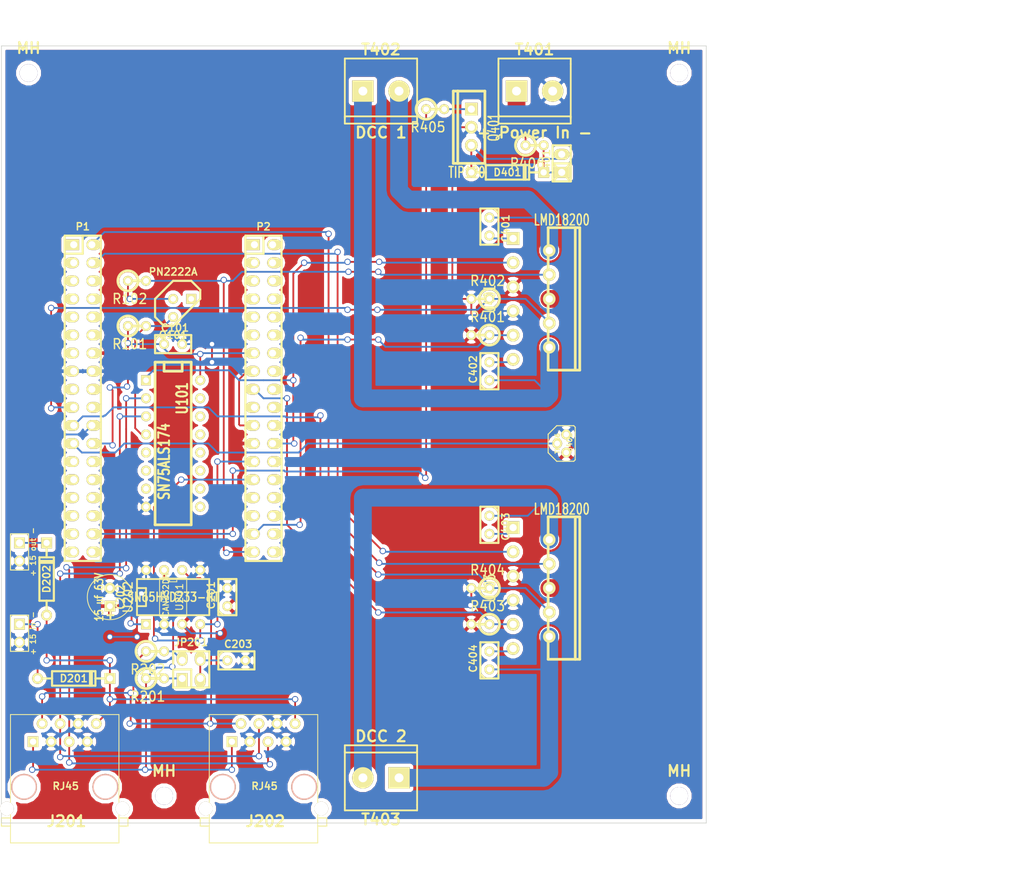
<source format=kicad_pcb>
(kicad_pcb (version 3) (host pcbnew "(2013-june-11)-stable")
  (layers (15 F.Cu signal) (0 B.Cu signal) (18 B.Paste user) (19 F.Paste user) (20 B.SilkS user) (21 F.SilkS user) (22 B.Mask user) (23 F.Mask user) (28 Edge.Cuts user))
  (net 0 "")
  (net 1 +12V)
  (net 2 +3.3V)
  (net 3 +5V)
  (net 4 "/CAN Transciver/Alt_H")
  (net 5 "/CAN Transciver/Alt_L")
  (net 6 "/CAN Transciver/CANH")
  (net 7 "/CAN Transciver/CANL")
  (net 8 "/CAN Transciver/CAN_RX")
  (net 9 "/CAN Transciver/CAN_TX")
  (net 10 "/Dual Booster/Current Sense 1")
  (net 11 "/Dual Booster/Current Sense 2")
  (net 12 "/Dual Booster/DCC Signal 1")
  (net 13 "/Dual Booster/DCC Signal 2")
  (net 14 "/Dual Booster/Enable 1")
  (net 15 "/Dual Booster/Enable 2")
  (net 16 "/Dual Booster/Fan Control")
  (net 17 "/Dual Booster/Temp Sense")
  (net 18 "/Dual Booster/Thermal Flag 1")
  (net 19 "/Dual Booster/Thermal Flag 2")
  (net 20 GND)
  (net 21 N-00000100)
  (net 22 N-00000101)
  (net 23 N-00000102)
  (net 24 N-00000103)
  (net 25 N-00000104)
  (net 26 N-000004)
  (net 27 N-0000073)
  (net 28 N-0000075)
  (net 29 N-000008)
  (net 30 N-0000080)
  (net 31 N-0000081)
  (net 32 N-0000082)
  (net 33 N-0000093)
  (net 34 N-0000095)
  (net 35 N-0000096)
  (net 36 N-0000097)
  (net 37 N-0000098)
  (net 38 N-0000099)
  (net 39 VCOM)
  (module pin_socket_18x2 (layer F.Cu) (at 128.27 102.87 270)
    (fp_text reference P1 (at -24.13 0 360) (layer F.SilkS) (effects (font (size 1.016 1.016) (thickness 0.2032))))
    (fp_text value POCKETBEAGLE-P1 hide)
    (pad 1 thru_hole rect (at -21.59 1.27 270) (size 1.524 1.99898) (drill 1.00076 (offset 0 0.24892)) (layers *.Cu *.Mask F.SilkS))
    (pad 2 thru_hole oval (at -21.59 -1.27 270) (size 1.524 1.99898) (drill 1.00076 (offset 0 -0.24892)) (layers *.Cu *.Mask F.SilkS) (net 15 "/Dual Booster/Enable 2"))
    (pad 3 thru_hole oval (at -19.05 1.27 270) (size 1.524 1.99898) (drill 1.00076 (offset 0 0.24892)) (layers *.Cu *.Mask F.SilkS))
    (pad 4 thru_hole oval (at -19.05 -1.27 270) (size 1.524 1.99898) (drill 1.00076 (offset 0 -0.24892)) (layers *.Cu *.Mask F.SilkS) (net 13 "/Dual Booster/DCC Signal 2"))
    (pad 5 thru_hole oval (at -16.51 1.27 270) (size 1.524 1.99898) (drill 1.00076 (offset 0 0.24892)) (layers *.Cu *.Mask F.SilkS))
    (pad 6 thru_hole oval (at -16.51 -1.27 270) (size 1.524 1.99898) (drill 1.00076 (offset 0 -0.24892)) (layers *.Cu *.Mask F.SilkS))
    (pad 7 thru_hole oval (at -13.97 1.27 270) (size 1.524 1.99898) (drill 1.00076 (offset 0 0.24892)) (layers *.Cu *.Mask F.SilkS))
    (pad 8 thru_hole oval (at -13.97 -1.27 270) (size 1.524 1.99898) (drill 1.00076 (offset 0 -0.24892)) (layers *.Cu *.Mask F.SilkS))
    (pad 9 thru_hole oval (at -11.43 1.27 270) (size 1.524 1.99898) (drill 1.00076 (offset 0 0.24892)) (layers *.Cu *.Mask F.SilkS))
    (pad 10 thru_hole oval (at -11.43 -1.27 270) (size 1.524 1.99898) (drill 1.00076 (offset 0 -0.24892)) (layers *.Cu *.Mask F.SilkS))
    (pad 11 thru_hole oval (at -8.89 1.27 270) (size 1.524 1.99898) (drill 1.00076 (offset 0 0.24892)) (layers *.Cu *.Mask F.SilkS))
    (pad 12 thru_hole oval (at -8.89 -1.27 270) (size 1.524 1.99898) (drill 1.00076 (offset 0 -0.24892)) (layers *.Cu *.Mask F.SilkS))
    (pad 13 thru_hole oval (at -6.35 1.27 270) (size 1.524 1.99898) (drill 1.00076 (offset 0 0.24892)) (layers *.Cu *.Mask F.SilkS))
    (pad 14 thru_hole oval (at -6.35 -1.27 270) (size 1.524 1.99898) (drill 1.00076 (offset 0 -0.24892)) (layers *.Cu *.Mask F.SilkS) (net 2 +3.3V))
    (pad 15 thru_hole oval (at -3.81 1.27 270) (size 1.524 1.99898) (drill 1.00076 (offset 0 0.24892)) (layers *.Cu *.Mask F.SilkS) (net 20 GND))
    (pad 16 thru_hole oval (at -3.81 -1.27 270) (size 1.524 1.99898) (drill 1.00076 (offset 0 -0.24892)) (layers *.Cu *.Mask F.SilkS) (net 20 GND))
    (pad 17 thru_hole oval (at -1.27 1.27 270) (size 1.524 1.99898) (drill 1.00076 (offset 0 0.24892)) (layers *.Cu *.Mask F.SilkS))
    (pad 18 thru_hole oval (at -1.27 -1.27 270) (size 1.524 1.99898) (drill 1.00076 (offset 0 -0.24892)) (layers *.Cu *.Mask F.SilkS))
    (pad 19 thru_hole oval (at 1.27 1.27 270) (size 1.524 1.99898) (drill 1.00076 (offset 0 0.24892)) (layers *.Cu *.Mask F.SilkS) (net 10 "/Dual Booster/Current Sense 1"))
    (pad 20 thru_hole oval (at 1.27 -1.27 270) (size 1.524 1.99898) (drill 1.00076 (offset 0 -0.24892)) (layers *.Cu *.Mask F.SilkS))
    (pad 21 thru_hole oval (at 3.81 1.27 270) (size 1.524 1.99898) (drill 1.00076 (offset 0 0.24892)) (layers *.Cu *.Mask F.SilkS) (net 11 "/Dual Booster/Current Sense 2"))
    (pad 22 thru_hole oval (at 3.81 -1.27 270) (size 1.524 1.99898) (drill 1.00076 (offset 0 -0.24892)) (layers *.Cu *.Mask F.SilkS) (net 20 GND))
    (pad 23 thru_hole oval (at 6.35 1.27 270) (size 1.524 1.99898) (drill 1.00076 (offset 0 0.24892)) (layers *.Cu *.Mask F.SilkS) (net 17 "/Dual Booster/Temp Sense"))
    (pad 24 thru_hole oval (at 6.35 -1.27 270) (size 1.524 1.99898) (drill 1.00076 (offset 0 -0.24892)) (layers *.Cu *.Mask F.SilkS) (net 3 +5V))
    (pad 25 thru_hole oval (at 8.89 1.27 270) (size 1.524 1.99898) (drill 1.00076 (offset 0 0.24892)) (layers *.Cu *.Mask F.SilkS))
    (pad 26 thru_hole oval (at 8.89 -1.27 270) (size 1.524 1.99898) (drill 1.00076 (offset 0 -0.24892)) (layers *.Cu *.Mask F.SilkS))
    (pad 27 thru_hole oval (at 11.43 1.27 270) (size 1.524 1.99898) (drill 1.00076 (offset 0 0.24892)) (layers *.Cu *.Mask F.SilkS))
    (pad 28 thru_hole oval (at 11.43 -1.27 270) (size 1.524 1.99898) (drill 1.00076 (offset 0 -0.24892)) (layers *.Cu *.Mask F.SilkS))
    (pad 29 thru_hole oval (at 13.97 1.27 270) (size 1.524 1.99898) (drill 1.00076 (offset 0 0.24892)) (layers *.Cu *.Mask F.SilkS))
    (pad 30 thru_hole oval (at 13.97 -1.27 270) (size 1.524 1.99898) (drill 1.00076 (offset 0 -0.24892)) (layers *.Cu *.Mask F.SilkS))
    (pad 31 thru_hole oval (at 16.51 1.27 270) (size 1.524 1.99898) (drill 1.00076 (offset 0 0.24892)) (layers *.Cu *.Mask F.SilkS))
    (pad 32 thru_hole oval (at 16.51 -1.27 270) (size 1.524 1.99898) (drill 1.00076 (offset 0 -0.24892)) (layers *.Cu *.Mask F.SilkS))
    (pad 33 thru_hole oval (at 19.05 1.27 270) (size 1.524 1.99898) (drill 1.00076 (offset 0 0.24892)) (layers *.Cu *.Mask F.SilkS))
    (pad 34 thru_hole oval (at 19.05 -1.27 270) (size 1.524 1.99898) (drill 1.00076 (offset 0 -0.24892)) (layers *.Cu *.Mask F.SilkS) (net 16 "/Dual Booster/Fan Control"))
    (pad 35 thru_hole oval (at 21.59 1.27 270) (size 1.524 1.99898) (drill 1.00076 (offset 0 0.24892)) (layers *.Cu *.Mask F.SilkS))
    (pad 36 thru_hole oval (at 21.59 -1.27 270) (size 1.524 1.99898) (drill 1.00076 (offset 0 -0.24892)) (layers *.Cu *.Mask F.SilkS))
  )
  (module pin_socket_18x2 (layer F.Cu) (at 153.67 102.87 270)
    (fp_text reference P2 (at -24.13 0 360) (layer F.SilkS) (effects (font (size 1.016 1.016) (thickness 0.2032))))
    (fp_text value POCKETBEAGLE-P2 hide)
    (pad 1 thru_hole rect (at -21.59 1.27 270) (size 1.524 1.99898) (drill 1.00076 (offset 0 0.24892)) (layers *.Cu *.Mask F.SilkS))
    (pad 2 thru_hole oval (at -21.59 -1.27 270) (size 1.524 1.99898) (drill 1.00076 (offset 0 -0.24892)) (layers *.Cu *.Mask F.SilkS))
    (pad 3 thru_hole oval (at -19.05 1.27 270) (size 1.524 1.99898) (drill 1.00076 (offset 0 0.24892)) (layers *.Cu *.Mask F.SilkS))
    (pad 4 thru_hole oval (at -19.05 -1.27 270) (size 1.524 1.99898) (drill 1.00076 (offset 0 -0.24892)) (layers *.Cu *.Mask F.SilkS))
    (pad 5 thru_hole oval (at -16.51 1.27 270) (size 1.524 1.99898) (drill 1.00076 (offset 0 0.24892)) (layers *.Cu *.Mask F.SilkS))
    (pad 6 thru_hole oval (at -16.51 -1.27 270) (size 1.524 1.99898) (drill 1.00076 (offset 0 -0.24892)) (layers *.Cu *.Mask F.SilkS))
    (pad 7 thru_hole oval (at -13.97 1.27 270) (size 1.524 1.99898) (drill 1.00076 (offset 0 0.24892)) (layers *.Cu *.Mask F.SilkS))
    (pad 8 thru_hole oval (at -13.97 -1.27 270) (size 1.524 1.99898) (drill 1.00076 (offset 0 -0.24892)) (layers *.Cu *.Mask F.SilkS))
    (pad 9 thru_hole oval (at -11.43 1.27 270) (size 1.524 1.99898) (drill 1.00076 (offset 0 0.24892)) (layers *.Cu *.Mask F.SilkS))
    (pad 10 thru_hole oval (at -11.43 -1.27 270) (size 1.524 1.99898) (drill 1.00076 (offset 0 -0.24892)) (layers *.Cu *.Mask F.SilkS))
    (pad 11 thru_hole oval (at -8.89 1.27 270) (size 1.524 1.99898) (drill 1.00076 (offset 0 0.24892)) (layers *.Cu *.Mask F.SilkS))
    (pad 12 thru_hole oval (at -8.89 -1.27 270) (size 1.524 1.99898) (drill 1.00076 (offset 0 -0.24892)) (layers *.Cu *.Mask F.SilkS))
    (pad 13 thru_hole oval (at -6.35 1.27 270) (size 1.524 1.99898) (drill 1.00076 (offset 0 0.24892)) (layers *.Cu *.Mask F.SilkS) (net 3 +5V))
    (pad 14 thru_hole oval (at -6.35 -1.27 270) (size 1.524 1.99898) (drill 1.00076 (offset 0 -0.24892)) (layers *.Cu *.Mask F.SilkS))
    (pad 15 thru_hole oval (at -3.81 1.27 270) (size 1.524 1.99898) (drill 1.00076 (offset 0 0.24892)) (layers *.Cu *.Mask F.SilkS) (net 20 GND))
    (pad 16 thru_hole oval (at -3.81 -1.27 270) (size 1.524 1.99898) (drill 1.00076 (offset 0 -0.24892)) (layers *.Cu *.Mask F.SilkS))
    (pad 17 thru_hole oval (at -1.27 1.27 270) (size 1.524 1.99898) (drill 1.00076 (offset 0 0.24892)) (layers *.Cu *.Mask F.SilkS) (net 19 "/Dual Booster/Thermal Flag 2"))
    (pad 18 thru_hole oval (at -1.27 -1.27 270) (size 1.524 1.99898) (drill 1.00076 (offset 0 -0.24892)) (layers *.Cu *.Mask F.SilkS))
    (pad 19 thru_hole oval (at 1.27 1.27 270) (size 1.524 1.99898) (drill 1.00076 (offset 0 0.24892)) (layers *.Cu *.Mask F.SilkS))
    (pad 20 thru_hole oval (at 1.27 -1.27 270) (size 1.524 1.99898) (drill 1.00076 (offset 0 -0.24892)) (layers *.Cu *.Mask F.SilkS))
    (pad 21 thru_hole oval (at 3.81 1.27 270) (size 1.524 1.99898) (drill 1.00076 (offset 0 0.24892)) (layers *.Cu *.Mask F.SilkS) (net 20 GND))
    (pad 22 thru_hole oval (at 3.81 -1.27 270) (size 1.524 1.99898) (drill 1.00076 (offset 0 -0.24892)) (layers *.Cu *.Mask F.SilkS))
    (pad 23 thru_hole oval (at 6.35 1.27 270) (size 1.524 1.99898) (drill 1.00076 (offset 0 0.24892)) (layers *.Cu *.Mask F.SilkS) (net 2 +3.3V))
    (pad 24 thru_hole oval (at 6.35 -1.27 270) (size 1.524 1.99898) (drill 1.00076 (offset 0 -0.24892)) (layers *.Cu *.Mask F.SilkS) (net 12 "/Dual Booster/DCC Signal 1"))
    (pad 25 thru_hole oval (at 8.89 1.27 270) (size 1.524 1.99898) (drill 1.00076 (offset 0 0.24892)) (layers *.Cu *.Mask F.SilkS) (net 8 "/CAN Transciver/CAN_RX"))
    (pad 26 thru_hole oval (at 8.89 -1.27 270) (size 1.524 1.99898) (drill 1.00076 (offset 0 -0.24892)) (layers *.Cu *.Mask F.SilkS))
    (pad 27 thru_hole oval (at 11.43 1.27 270) (size 1.524 1.99898) (drill 1.00076 (offset 0 0.24892)) (layers *.Cu *.Mask F.SilkS) (net 9 "/CAN Transciver/CAN_TX"))
    (pad 28 thru_hole oval (at 11.43 -1.27 270) (size 1.524 1.99898) (drill 1.00076 (offset 0 -0.24892)) (layers *.Cu *.Mask F.SilkS))
    (pad 29 thru_hole oval (at 13.97 1.27 270) (size 1.524 1.99898) (drill 1.00076 (offset 0 0.24892)) (layers *.Cu *.Mask F.SilkS))
    (pad 30 thru_hole oval (at 13.97 -1.27 270) (size 1.524 1.99898) (drill 1.00076 (offset 0 -0.24892)) (layers *.Cu *.Mask F.SilkS))
    (pad 31 thru_hole oval (at 16.51 1.27 270) (size 1.524 1.99898) (drill 1.00076 (offset 0 0.24892)) (layers *.Cu *.Mask F.SilkS))
    (pad 32 thru_hole oval (at 16.51 -1.27 270) (size 1.524 1.99898) (drill 1.00076 (offset 0 -0.24892)) (layers *.Cu *.Mask F.SilkS))
    (pad 33 thru_hole oval (at 19.05 1.27 270) (size 1.524 1.99898) (drill 1.00076 (offset 0 0.24892)) (layers *.Cu *.Mask F.SilkS) (net 18 "/Dual Booster/Thermal Flag 1"))
    (pad 34 thru_hole oval (at 19.05 -1.27 270) (size 1.524 1.99898) (drill 1.00076 (offset 0 -0.24892)) (layers *.Cu *.Mask F.SilkS))
    (pad 35 thru_hole oval (at 21.59 1.27 270) (size 1.524 1.99898) (drill 1.00076 (offset 0 0.24892)) (layers *.Cu *.Mask F.SilkS) (net 14 "/Dual Booster/Enable 1"))
    (pad 36 thru_hole oval (at 21.59 -1.27 270) (size 1.524 1.99898) (drill 1.00076 (offset 0 -0.24892)) (layers *.Cu *.Mask F.SilkS))
  )
  (module TO92 (layer F.Cu) (at 142.24 90.17)
    (fp_text reference Q101 (at -1.27 3.81) (layer F.SilkS) (effects (font (size 1.016 1.016) (thickness 0.2032))))
    (fp_text value PN2222A (at -1.27 -5.08) (layer F.SilkS) (effects (font (size 1.016 1.016) (thickness 0.2032))))
    (pad 1 thru_hole rect (at 1.27 -1.27) (size 1.397 1.397) (drill 0.8128) (layers *.Cu *.Mask F.SilkS))
    (pad 2 thru_hole circle (at -1.27 -1.27) (size 1.397 1.397) (drill 0.8128) (layers *.Cu *.Mask F.SilkS) (net 26 N-000004))
    (pad 3 thru_hole circle (at -1.27 1.27) (size 1.397 1.397) (drill 0.8128) (layers *.Cu *.Mask F.SilkS) (net 29 N-000008))
  )
  (module TO220_VERT (layer F.Cu) (at 182.88 64.77 180)
    (fp_text reference Q401 (at -3.175 0 270) (layer F.SilkS) (effects (font (size 1.524 1.016) (thickness 0.2032))))
    (fp_text value TIP120 (at 0.635 -6.35 180) (layer F.SilkS) (effects (font (size 1.524 1.016) (thickness 0.2032))))
    (pad 2 thru_hole circle (at 0 -2.54 180) (size 1.778 1.778) (drill 1.016) (layers *.Cu *.Mask F.SilkS) (net 33 N-0000093))
    (pad 3 thru_hole circle (at 0 0 180) (size 1.778 1.778) (drill 1.016) (layers *.Cu *.Mask F.SilkS) (net 20 GND))
    (pad 1 thru_hole rect (at 0 2.54 180) (size 1.778 1.778) (drill 1.016) (layers *.Cu *.Mask F.SilkS) (net 35 N-0000096))
  )
  (module TO220_11PIN_VERT (layer F.Cu) (at 195.58 129.54)
    (fp_text reference U403 (at -10.1 0 90) (layer F.SilkS) (effects (font (size 1.524 1.016) (thickness 0.2032))))
    (fp_text value LMD18200 (at 0 -11.1) (layer F.SilkS) (effects (font (size 1.524 1.016) (thickness 0.2032))))
    (pad 10 thru_hole circle (at -1.75 6.8) (size 1.778 1.778) (drill 1.016) (layers *.Cu *.Mask F.SilkS) (net 37 N-0000098))
    (pad 8 thru_hole circle (at -1.75 3.4) (size 1.778 1.778) (drill 1.016) (layers *.Cu *.Mask F.SilkS) (net 11 "/Dual Booster/Current Sense 2"))
    (pad 11 thru_hole circle (at -6.83 8.5) (size 1.778 1.778) (drill 1.016) (layers *.Cu *.Mask F.SilkS) (net 38 N-0000099))
    (pad 9 thru_hole circle (at -6.83 5.1) (size 1.778 1.778) (drill 1.016) (layers *.Cu *.Mask F.SilkS) (net 19 "/Dual Booster/Thermal Flag 2"))
    (pad 7 thru_hole circle (at -6.83 1.7) (size 1.778 1.778) (drill 1.016) (layers *.Cu *.Mask F.SilkS) (net 20 GND))
    (pad 2 thru_hole circle (at -1.75 -6.8) (size 1.778 1.778) (drill 1.016) (layers *.Cu *.Mask F.SilkS) (net 36 N-0000097))
    (pad 3 thru_hole circle (at -6.83 -5.1) (size 1.778 1.778) (drill 1.016) (layers *.Cu *.Mask F.SilkS) (net 13 "/Dual Booster/DCC Signal 2"))
    (pad 4 thru_hole circle (at -1.75 -3.4) (size 1.778 1.778) (drill 1.016) (layers *.Cu *.Mask F.SilkS) (net 15 "/Dual Booster/Enable 2"))
    (pad 5 thru_hole circle (at -6.83 -1.7) (size 1.778 1.778) (drill 1.016) (layers *.Cu *.Mask F.SilkS) (net 2 +3.3V))
    (pad 6 thru_hole circle (at -1.75 0) (size 1.778 1.778) (drill 1.016) (layers *.Cu *.Mask F.SilkS) (net 39 VCOM))
    (pad 1 thru_hole rect (at -6.83 -8.5) (size 1.778 1.778) (drill 1.016) (layers *.Cu *.Mask F.SilkS) (net 24 N-00000103))
  )
  (module TO220_11PIN_VERT (layer F.Cu) (at 195.58 88.9)
    (fp_text reference U401 (at -10.1 0 90) (layer F.SilkS) (effects (font (size 1.524 1.016) (thickness 0.2032))))
    (fp_text value LMD18200 (at 0 -11.1) (layer F.SilkS) (effects (font (size 1.524 1.016) (thickness 0.2032))))
    (pad 10 thru_hole circle (at -1.75 6.8) (size 1.778 1.778) (drill 1.016) (layers *.Cu *.Mask F.SilkS) (net 22 N-00000101))
    (pad 8 thru_hole circle (at -1.75 3.4) (size 1.778 1.778) (drill 1.016) (layers *.Cu *.Mask F.SilkS) (net 10 "/Dual Booster/Current Sense 1"))
    (pad 11 thru_hole circle (at -6.83 8.5) (size 1.778 1.778) (drill 1.016) (layers *.Cu *.Mask F.SilkS) (net 23 N-00000102))
    (pad 9 thru_hole circle (at -6.83 5.1) (size 1.778 1.778) (drill 1.016) (layers *.Cu *.Mask F.SilkS) (net 18 "/Dual Booster/Thermal Flag 1"))
    (pad 7 thru_hole circle (at -6.83 1.7) (size 1.778 1.778) (drill 1.016) (layers *.Cu *.Mask F.SilkS) (net 20 GND))
    (pad 2 thru_hole circle (at -1.75 -6.8) (size 1.778 1.778) (drill 1.016) (layers *.Cu *.Mask F.SilkS) (net 25 N-00000104))
    (pad 3 thru_hole circle (at -6.83 -5.1) (size 1.778 1.778) (drill 1.016) (layers *.Cu *.Mask F.SilkS) (net 12 "/Dual Booster/DCC Signal 1"))
    (pad 4 thru_hole circle (at -1.75 -3.4) (size 1.778 1.778) (drill 1.016) (layers *.Cu *.Mask F.SilkS) (net 14 "/Dual Booster/Enable 1"))
    (pad 5 thru_hole circle (at -6.83 -1.7) (size 1.778 1.778) (drill 1.016) (layers *.Cu *.Mask F.SilkS) (net 2 +3.3V))
    (pad 6 thru_hole circle (at -1.75 0) (size 1.778 1.778) (drill 1.016) (layers *.Cu *.Mask F.SilkS) (net 39 VCOM))
    (pad 1 thru_hole rect (at -6.83 -8.5) (size 1.778 1.778) (drill 1.016) (layers *.Cu *.Mask F.SilkS) (net 21 N-00000100))
  )
  (module SOIC-8_N (layer F.Cu) (at 140.97 130.81 270)
    (fp_text reference U201 (at 0 -0.889 270) (layer F.SilkS))
    (fp_text value TCAN332DR (at 0 1.016 270) (layer F.SilkS) (effects (font (size 0.8 0.8))))
    (pad 8 smd rect (at -1.875 -2.7 270) (size 0.6 1.6) (layers F.Cu F.Paste F.Mask))
    (pad 1 smd rect (at -1.875 2.7 270) (size 0.6 1.6) (layers F.Cu F.Paste F.Mask) (net 9 "/CAN Transciver/CAN_TX"))
    (pad 7 smd rect (at -0.625 -2.7 270) (size 0.6 1.6) (layers F.Cu F.Paste F.Mask) (net 6 "/CAN Transciver/CANH"))
    (pad 6 smd rect (at 0.625 -2.7 270) (size 0.6 1.6) (layers F.Cu F.Paste F.Mask) (net 7 "/CAN Transciver/CANL"))
    (pad 5 smd rect (at 1.875 -2.7 270) (size 0.6 1.6) (layers F.Cu F.Paste F.Mask))
    (pad 2 smd rect (at -0.625 2.7 270) (size 0.6 1.6) (layers F.Cu F.Paste F.Mask) (net 20 GND))
    (pad 3 smd rect (at 0.625 2.7 270) (size 0.6 1.6) (layers F.Cu F.Paste F.Mask) (net 2 +3.3V))
    (pad 4 smd rect (at 1.875 2.7 270) (size 0.6 1.6) (layers F.Cu F.Paste F.Mask) (net 8 "/CAN Transciver/CAN_RX"))
  )
  (module ScrewTerm2.54-2 (layer F.Cu) (at 119.38 135.89 270)
    (fp_text reference T201 hide)
    (fp_text value "+ 15 in -" (at 0 -1.905 270) (layer F.SilkS) (effects (font (size 0.762 0.762) (thickness 0.1524))))
    (pad 1 thru_hole rect (at -1.27 0) (size 1.524 1.524) (drill 1.016) (layers *.Cu *.Mask F.SilkS) (net 27 N-0000073))
    (pad 2 thru_hole circle (at 1.27 0) (size 1.524 1.524) (drill 1.016) (layers *.Cu *.Mask F.SilkS) (net 20 GND))
  )
  (module ScrewTerm2.54-2 (layer F.Cu) (at 119.38 124.46 270)
    (fp_text reference T202 hide)
    (fp_text value "+ 15 out -" (at 0 -1.905 270) (layer F.SilkS) (effects (font (size 0.762 0.762) (thickness 0.1524))))
    (pad 1 thru_hole rect (at -1.27 0) (size 1.524 1.524) (drill 1.016) (layers *.Cu *.Mask F.SilkS) (net 28 N-0000075))
    (pad 2 thru_hole circle (at 1.27 0) (size 1.524 1.524) (drill 1.016) (layers *.Cu *.Mask F.SilkS) (net 20 GND))
  )
  (module RJ45_8N-S (layer F.Cu) (at 125.73 157.48)
    (fp_text reference J201 (at 0.254 4.826) (layer F.SilkS) (effects (font (size 1.524 1.524) (thickness 0.3048))))
    (fp_text value RJ45 (at 0.14224 -0.1016) (layer F.SilkS) (effects (font (size 1.00076 1.00076) (thickness 0.2032))))
    (pad "" np_thru_hole circle (at 5.715 0) (size 3.64998 3.64998) (drill 3.2512) (layers *.Cu *.SilkS *.Mask))
    (pad "" np_thru_hole circle (at -5.715 0) (size 3.64998 3.64998) (drill 3.2512) (layers *.Cu *.SilkS *.Mask))
    (pad 1 thru_hole rect (at -4.445 -6.35) (size 1.50114 1.50114) (drill 0.89916) (layers *.Cu *.Mask F.SilkS) (net 6 "/CAN Transciver/CANH"))
    (pad 2 thru_hole circle (at -3.175 -8.89) (size 1.50114 1.50114) (drill 0.89916) (layers *.Cu *.Mask F.SilkS) (net 7 "/CAN Transciver/CANL"))
    (pad 3 thru_hole circle (at -1.905 -6.35) (size 1.50114 1.50114) (drill 0.89916) (layers *.Cu *.Mask F.SilkS) (net 20 GND))
    (pad 4 thru_hole circle (at -0.635 -8.89) (size 1.50114 1.50114) (drill 0.89916) (layers *.Cu *.Mask F.SilkS) (net 5 "/CAN Transciver/Alt_L"))
    (pad 5 thru_hole circle (at 0.635 -6.35) (size 1.50114 1.50114) (drill 0.89916) (layers *.Cu *.Mask F.SilkS) (net 4 "/CAN Transciver/Alt_H"))
    (pad 6 thru_hole circle (at 1.905 -8.89) (size 1.50114 1.50114) (drill 0.89916) (layers *.Cu *.Mask F.SilkS) (net 20 GND))
    (pad 7 thru_hole circle (at 3.175 -6.35) (size 1.50114 1.50114) (drill 0.89916) (layers *.Cu *.Mask F.SilkS) (net 20 GND))
    (pad 8 thru_hole circle (at 4.445 -8.89) (size 1.50114 1.50114) (drill 0.89916) (layers *.Cu *.Mask F.SilkS) (net 1 +12V))
    (pad "" thru_hole circle (at -8.128 3.048) (size 1.9304 1.9304) (drill 1.9304) (layers *.Cu *.Mask F.SilkS))
    (pad "" thru_hole circle (at 8.128 3.048) (size 1.9304 1.9304) (drill 1.9304) (layers *.Cu *.Mask F.SilkS))
  )
  (module RJ45_8N-S (layer F.Cu) (at 153.67 157.48)
    (fp_text reference J202 (at 0.254 4.826) (layer F.SilkS) (effects (font (size 1.524 1.524) (thickness 0.3048))))
    (fp_text value RJ45 (at 0.14224 -0.1016) (layer F.SilkS) (effects (font (size 1.00076 1.00076) (thickness 0.2032))))
    (pad "" np_thru_hole circle (at 5.715 0) (size 3.64998 3.64998) (drill 3.2512) (layers *.Cu *.SilkS *.Mask))
    (pad "" np_thru_hole circle (at -5.715 0) (size 3.64998 3.64998) (drill 3.2512) (layers *.Cu *.SilkS *.Mask))
    (pad 1 thru_hole rect (at -4.445 -6.35) (size 1.50114 1.50114) (drill 0.89916) (layers *.Cu *.Mask F.SilkS) (net 6 "/CAN Transciver/CANH"))
    (pad 2 thru_hole circle (at -3.175 -8.89) (size 1.50114 1.50114) (drill 0.89916) (layers *.Cu *.Mask F.SilkS) (net 7 "/CAN Transciver/CANL"))
    (pad 3 thru_hole circle (at -1.905 -6.35) (size 1.50114 1.50114) (drill 0.89916) (layers *.Cu *.Mask F.SilkS) (net 20 GND))
    (pad 4 thru_hole circle (at -0.635 -8.89) (size 1.50114 1.50114) (drill 0.89916) (layers *.Cu *.Mask F.SilkS) (net 5 "/CAN Transciver/Alt_L"))
    (pad 5 thru_hole circle (at 0.635 -6.35) (size 1.50114 1.50114) (drill 0.89916) (layers *.Cu *.Mask F.SilkS) (net 4 "/CAN Transciver/Alt_H"))
    (pad 6 thru_hole circle (at 1.905 -8.89) (size 1.50114 1.50114) (drill 0.89916) (layers *.Cu *.Mask F.SilkS) (net 20 GND))
    (pad 7 thru_hole circle (at 3.175 -6.35) (size 1.50114 1.50114) (drill 0.89916) (layers *.Cu *.Mask F.SilkS) (net 20 GND))
    (pad 8 thru_hole circle (at 4.445 -8.89) (size 1.50114 1.50114) (drill 0.89916) (layers *.Cu *.Mask F.SilkS) (net 1 +12V))
    (pad "" thru_hole circle (at -8.128 3.048) (size 1.9304 1.9304) (drill 1.9304) (layers *.Cu *.Mask F.SilkS))
    (pad "" thru_hole circle (at 8.128 3.048) (size 1.9304 1.9304) (drill 1.9304) (layers *.Cu *.Mask F.SilkS))
  )
  (module R1 (layer F.Cu) (at 184.15 93.98 180)
    (fp_text reference R401 (at -1.016 2.54 180) (layer F.SilkS) (effects (font (size 1.397 1.27) (thickness 0.2032))))
    (fp_text value "10K Ohms" hide)
    (pad 1 thru_hole circle (at -1.27 0 180) (size 1.397 1.397) (drill 0.8128) (layers *.Cu *.Mask F.SilkS) (net 18 "/Dual Booster/Thermal Flag 1"))
    (pad 2 thru_hole circle (at 1.27 0 180) (size 1.397 1.397) (drill 0.8128) (layers *.Cu *.Mask F.SilkS) (net 2 +3.3V))
  )
  (module R1 (layer F.Cu) (at 184.15 88.9 180)
    (fp_text reference R402 (at -1.016 2.54 180) (layer F.SilkS) (effects (font (size 1.397 1.27) (thickness 0.2032))))
    (fp_text value "1.591K Ohms" hide)
    (pad 1 thru_hole circle (at -1.27 0 180) (size 1.397 1.397) (drill 0.8128) (layers *.Cu *.Mask F.SilkS) (net 10 "/Dual Booster/Current Sense 1"))
    (pad 2 thru_hole circle (at 1.27 0 180) (size 1.397 1.397) (drill 0.8128) (layers *.Cu *.Mask F.SilkS) (net 20 GND))
  )
  (module R1 (layer F.Cu) (at 184.15 134.62 180)
    (fp_text reference R403 (at -1.016 2.54 180) (layer F.SilkS) (effects (font (size 1.397 1.27) (thickness 0.2032))))
    (fp_text value "10K Ohms" hide)
    (pad 1 thru_hole circle (at -1.27 0 180) (size 1.397 1.397) (drill 0.8128) (layers *.Cu *.Mask F.SilkS) (net 19 "/Dual Booster/Thermal Flag 2"))
    (pad 2 thru_hole circle (at 1.27 0 180) (size 1.397 1.397) (drill 0.8128) (layers *.Cu *.Mask F.SilkS) (net 2 +3.3V))
  )
  (module R1 (layer F.Cu) (at 184.15 129.54 180)
    (fp_text reference R404 (at -1.016 2.54 180) (layer F.SilkS) (effects (font (size 1.397 1.27) (thickness 0.2032))))
    (fp_text value "1.591K Ohms" hide)
    (pad 1 thru_hole circle (at -1.27 0 180) (size 1.397 1.397) (drill 0.8128) (layers *.Cu *.Mask F.SilkS) (net 11 "/Dual Booster/Current Sense 2"))
    (pad 2 thru_hole circle (at 1.27 0 180) (size 1.397 1.397) (drill 0.8128) (layers *.Cu *.Mask F.SilkS) (net 20 GND))
  )
  (module R1 (layer F.Cu) (at 138.43 138.43)
    (fp_text reference R202 (at -1.016 2.54) (layer F.SilkS) (effects (font (size 1.397 1.27) (thickness 0.2032))))
    (fp_text value "60 Ohms" hide)
    (pad 1 thru_hole circle (at -1.27 0) (size 1.397 1.397) (drill 0.8128) (layers *.Cu *.Mask F.SilkS) (net 7 "/CAN Transciver/CANL"))
    (pad 2 thru_hole circle (at 1.27 0) (size 1.397 1.397) (drill 0.8128) (layers *.Cu *.Mask F.SilkS) (net 31 N-0000081))
  )
  (module R1 (layer F.Cu) (at 138.43 142.24)
    (fp_text reference R201 (at -1.016 2.54) (layer F.SilkS) (effects (font (size 1.397 1.27) (thickness 0.2032))))
    (fp_text value "60 Ohms" hide)
    (pad 1 thru_hole circle (at -1.27 0) (size 1.397 1.397) (drill 0.8128) (layers *.Cu *.Mask F.SilkS) (net 6 "/CAN Transciver/CANH"))
    (pad 2 thru_hole circle (at 1.27 0) (size 1.397 1.397) (drill 0.8128) (layers *.Cu *.Mask F.SilkS) (net 30 N-0000080))
  )
  (module R1 (layer F.Cu) (at 135.89 92.71)
    (fp_text reference R101 (at -1.016 2.54) (layer F.SilkS) (effects (font (size 1.397 1.27) (thickness 0.2032))))
    (fp_text value "1K Ohms" hide)
    (pad 1 thru_hole circle (at -1.27 0) (size 1.397 1.397) (drill 0.8128) (layers *.Cu *.Mask F.SilkS) (net 3 +5V))
    (pad 2 thru_hole circle (at 1.27 0) (size 1.397 1.397) (drill 0.8128) (layers *.Cu *.Mask F.SilkS) (net 29 N-000008))
  )
  (module R1 (layer F.Cu) (at 135.89 86.36)
    (fp_text reference R102 (at -1.016 2.54) (layer F.SilkS) (effects (font (size 1.397 1.27) (thickness 0.2032))))
    (fp_text value "1K Ohms" hide)
    (pad 1 thru_hole circle (at -1.27 0) (size 1.397 1.397) (drill 0.8128) (layers *.Cu *.Mask F.SilkS) (net 26 N-000004))
    (pad 2 thru_hole circle (at 1.27 0) (size 1.397 1.397) (drill 0.8128) (layers *.Cu *.Mask F.SilkS) (net 14 "/Dual Booster/Enable 1"))
  )
  (module R1 (layer F.Cu) (at 177.8 62.23)
    (fp_text reference R405 (at -1.016 2.54) (layer F.SilkS) (effects (font (size 1.397 1.27) (thickness 0.2032))))
    (fp_text value "1K Ohms" hide)
    (pad 1 thru_hole circle (at -1.27 0) (size 1.397 1.397) (drill 0.8128) (layers *.Cu *.Mask F.SilkS) (net 16 "/Dual Booster/Fan Control"))
    (pad 2 thru_hole circle (at 1.27 0) (size 1.397 1.397) (drill 0.8128) (layers *.Cu *.Mask F.SilkS) (net 35 N-0000096))
  )
  (module pin_strip_2 (layer F.Cu) (at 195.58 69.85 90)
    (fp_text reference H401 (at 0 -2.159 90) (layer F.SilkS) (effects (font (size 1.016 1.016) (thickness 0.2032))))
    (fp_text value Fan hide)
    (pad 1 thru_hole rect (at -1.27 0 90) (size 1.524 2.19964) (drill 1.00076) (layers *.Cu *.Mask F.SilkS) (net 34 N-0000095))
    (pad 2 thru_hole oval (at 1.27 0 90) (size 1.524 2.19964) (drill 1.00076) (layers *.Cu *.Mask F.SilkS) (net 33 N-0000093))
  )
  (module pin_socket_2x2 (layer F.Cu) (at 143.51 140.97)
    (fp_text reference JP201 (at 0 -3.81) (layer F.SilkS) (effects (font (size 1.016 1.016) (thickness 0.2032))))
    (fp_text value Termination hide)
    (pad 1 thru_hole rect (at -1.27 1.27) (size 1.524 1.99898) (drill 1.00076 (offset 0 0.24892)) (layers *.Cu *.Mask F.SilkS) (net 30 N-0000080))
    (pad 2 thru_hole oval (at -1.27 -1.27) (size 1.524 1.99898) (drill 1.00076 (offset 0 -0.24892)) (layers *.Cu *.Mask F.SilkS) (net 31 N-0000081))
    (pad 3 thru_hole oval (at 1.27 1.27) (size 1.524 1.99898) (drill 1.00076 (offset 0 0.24892)) (layers *.Cu *.Mask F.SilkS) (net 32 N-0000082))
    (pad 4 thru_hole oval (at 1.27 -1.27) (size 1.524 1.99898) (drill 1.00076 (offset 0 -0.24892)) (layers *.Cu *.Mask F.SilkS) (net 32 N-0000082))
  )
  (module mors_2p (layer F.Cu) (at 170.18 156.21 180)
    (fp_text reference T403 (at 0 -5.842 180) (layer F.SilkS) (effects (font (size 1.524 1.524) (thickness 0.3048))))
    (fp_text value "DCC 2" (at 0 5.842 180) (layer F.SilkS) (effects (font (size 1.524 1.524) (thickness 0.3048))))
    (pad 1 thru_hole rect (at -2.54 0 180) (size 2.99974 2.99974) (drill 1.24968) (layers *.Cu *.Mask F.SilkS) (net 37 N-0000098))
    (pad 2 thru_hole circle (at 2.54 0 180) (size 2.99974 2.99974) (drill 1.24968) (layers *.Cu *.Mask F.SilkS) (net 36 N-0000097))
  )
  (module mors_2p (layer F.Cu) (at 170.18 59.69)
    (fp_text reference T402 (at 0 -5.842) (layer F.SilkS) (effects (font (size 1.524 1.524) (thickness 0.3048))))
    (fp_text value "DCC 1" (at 0 5.842) (layer F.SilkS) (effects (font (size 1.524 1.524) (thickness 0.3048))))
    (pad 1 thru_hole rect (at -2.54 0) (size 2.99974 2.99974) (drill 1.24968) (layers *.Cu *.Mask F.SilkS) (net 22 N-00000101))
    (pad 2 thru_hole circle (at 2.54 0) (size 2.99974 2.99974) (drill 1.24968) (layers *.Cu *.Mask F.SilkS) (net 25 N-00000104))
  )
  (module mors_2p (layer F.Cu) (at 191.77 59.69)
    (fp_text reference T401 (at 0 -5.842) (layer F.SilkS) (effects (font (size 1.524 1.524) (thickness 0.3048))))
    (fp_text value "+ Power In -" (at 0 5.842) (layer F.SilkS) (effects (font (size 1.524 1.524) (thickness 0.3048))))
    (pad 1 thru_hole rect (at -2.54 0) (size 2.99974 2.99974) (drill 1.24968) (layers *.Cu *.Mask F.SilkS) (net 39 VCOM))
    (pad 2 thru_hole circle (at 2.54 0) (size 2.99974 2.99974) (drill 1.24968) (layers *.Cu *.Mask F.SilkS) (net 20 GND))
  )
  (module DO-41 (layer F.Cu) (at 123.19 128.27 90)
    (fp_text reference D202 (at 0 0 90) (layer F.SilkS) (effects (font (size 1.016 1.016) (thickness 0.2032))))
    (fp_text value SB240E hide)
    (pad 2 thru_hole rect (at 5.08 0 90) (size 1.524 1.524) (drill 0.889) (layers *.Cu *.Mask F.SilkS) (net 28 N-0000075))
    (pad 1 thru_hole circle (at -5.08 0 90) (size 1.524 1.524) (drill 0.889) (layers *.Cu *.Mask F.SilkS) (net 1 +12V))
  )
  (module DO-41 (layer F.Cu) (at 127 142.24)
    (fp_text reference D201 (at 0 0) (layer F.SilkS) (effects (font (size 1.016 1.016) (thickness 0.2032))))
    (fp_text value SB240E hide)
    (pad 2 thru_hole rect (at 5.08 0) (size 1.524 1.524) (drill 0.889) (layers *.Cu *.Mask F.SilkS) (net 1 +12V))
    (pad 1 thru_hole circle (at -5.08 0) (size 1.524 1.524) (drill 0.889) (layers *.Cu *.Mask F.SilkS) (net 27 N-0000073))
  )
  (module DIP-8__300 (layer F.Cu) (at 140.97 130.81)
    (fp_text reference U202 (at -6.35 0 90) (layer F.SilkS) (effects (font (size 1.27 1.143) (thickness 0.2032))))
    (fp_text value SN65HVD233-HT (at 0 0) (layer F.SilkS) (effects (font (size 1.27 1.016) (thickness 0.2032))))
    (pad 1 thru_hole rect (at -3.81 3.81) (size 1.397 1.397) (drill 0.8128) (layers *.Cu *.Mask F.SilkS) (net 9 "/CAN Transciver/CAN_TX"))
    (pad 2 thru_hole circle (at -1.27 3.81) (size 1.397 1.397) (drill 0.8128) (layers *.Cu *.Mask F.SilkS) (net 20 GND))
    (pad 3 thru_hole circle (at 1.27 3.81) (size 1.397 1.397) (drill 0.8128) (layers *.Cu *.Mask F.SilkS) (net 2 +3.3V))
    (pad 4 thru_hole circle (at 3.81 3.81) (size 1.397 1.397) (drill 0.8128) (layers *.Cu *.Mask F.SilkS) (net 8 "/CAN Transciver/CAN_RX"))
    (pad 5 thru_hole circle (at 3.81 -3.81) (size 1.397 1.397) (drill 0.8128) (layers *.Cu *.Mask F.SilkS) (net 20 GND))
    (pad 6 thru_hole circle (at 1.27 -3.81) (size 1.397 1.397) (drill 0.8128) (layers *.Cu *.Mask F.SilkS) (net 7 "/CAN Transciver/CANL"))
    (pad 7 thru_hole circle (at -1.27 -3.81) (size 1.397 1.397) (drill 0.8128) (layers *.Cu *.Mask F.SilkS) (net 6 "/CAN Transciver/CANH"))
    (pad 8 thru_hole circle (at -3.81 -3.81) (size 1.397 1.397) (drill 0.8128) (layers *.Cu *.Mask F.SilkS) (net 20 GND))
  )
  (module DIP-16__300 (layer F.Cu) (at 140.97 109.22 270)
    (fp_text reference U101 (at -6.35 -1.27 270) (layer F.SilkS) (effects (font (size 1.524 1.143) (thickness 0.3048))))
    (fp_text value SN75ALS174 (at 2.54 1.27 270) (layer F.SilkS) (effects (font (size 1.524 1.143) (thickness 0.3048))))
    (pad 1 thru_hole rect (at -8.89 3.81 270) (size 1.397 1.397) (drill 0.8128) (layers *.Cu *.Mask F.SilkS) (net 12 "/Dual Booster/DCC Signal 1"))
    (pad 2 thru_hole circle (at -6.35 3.81 270) (size 1.397 1.397) (drill 0.8128) (layers *.Cu *.Mask F.SilkS) (net 4 "/CAN Transciver/Alt_H"))
    (pad 3 thru_hole circle (at -3.81 3.81 270) (size 1.397 1.397) (drill 0.8128) (layers *.Cu *.Mask F.SilkS) (net 5 "/CAN Transciver/Alt_L"))
    (pad 4 thru_hole circle (at -1.27 3.81 270) (size 1.397 1.397) (drill 0.8128) (layers *.Cu *.Mask F.SilkS) (net 29 N-000008))
    (pad 5 thru_hole circle (at 1.27 3.81 270) (size 1.397 1.397) (drill 0.8128) (layers *.Cu *.Mask F.SilkS))
    (pad 6 thru_hole circle (at 3.81 3.81 270) (size 1.397 1.397) (drill 0.8128) (layers *.Cu *.Mask F.SilkS))
    (pad 7 thru_hole circle (at 6.35 3.81 270) (size 1.397 1.397) (drill 0.8128) (layers *.Cu *.Mask F.SilkS))
    (pad 8 thru_hole circle (at 8.89 3.81 270) (size 1.397 1.397) (drill 0.8128) (layers *.Cu *.Mask F.SilkS) (net 20 GND))
    (pad 9 thru_hole circle (at 8.89 -3.81 270) (size 1.397 1.397) (drill 0.8128) (layers *.Cu *.Mask F.SilkS))
    (pad 10 thru_hole circle (at 6.35 -3.81 270) (size 1.397 1.397) (drill 0.8128) (layers *.Cu *.Mask F.SilkS))
    (pad 11 thru_hole circle (at 3.81 -3.81 270) (size 1.397 1.397) (drill 0.8128) (layers *.Cu *.Mask F.SilkS))
    (pad 12 thru_hole circle (at 1.27 -3.81 270) (size 1.397 1.397) (drill 0.8128) (layers *.Cu *.Mask F.SilkS))
    (pad 13 thru_hole circle (at -1.27 -3.81 270) (size 1.397 1.397) (drill 0.8128) (layers *.Cu *.Mask F.SilkS))
    (pad 14 thru_hole circle (at -3.81 -3.81 270) (size 1.397 1.397) (drill 0.8128) (layers *.Cu *.Mask F.SilkS))
    (pad 15 thru_hole circle (at -6.35 -3.81 270) (size 1.397 1.397) (drill 0.8128) (layers *.Cu *.Mask F.SilkS))
    (pad 16 thru_hole circle (at -8.89 -3.81 270) (size 1.397 1.397) (drill 0.8128) (layers *.Cu *.Mask F.SilkS) (net 3 +5V))
  )
  (module C1V7 (layer F.Cu) (at 132.08 130.81 90)
    (fp_text reference C202 (at 0 1.524 90) (layer F.SilkS) (effects (font (size 1.143 0.889) (thickness 0.2032))))
    (fp_text value "15 uf 63V" (at 0 -1.524 90) (layer F.SilkS) (effects (font (size 1.143 0.889) (thickness 0.2032))))
    (fp_text user + (at -2.54 0 90) (layer F.SilkS) (effects (font (size 1.143 1.143) (thickness 0.3048))))
    (pad 1 thru_hole rect (at -1.27 0 90) (size 1.524 1.524) (drill 0.8128) (layers *.Cu *.Mask F.SilkS) (net 2 +3.3V))
    (pad 2 thru_hole circle (at 1.27 0 90) (size 1.524 1.524) (drill 0.8128) (layers *.Cu *.Mask F.SilkS) (net 20 GND))
  )
  (module C1 (layer F.Cu) (at 185.42 120.65 270)
    (fp_text reference C403 (at 0.254 -2.286 270) (layer F.SilkS) (effects (font (size 1.016 1.016) (thickness 0.2032))))
    (fp_text value ".01 uf" hide)
    (pad 1 thru_hole circle (at -1.27 0 270) (size 1.397 1.397) (drill 0.8128) (layers *.Cu *.Mask F.SilkS) (net 36 N-0000097))
    (pad 2 thru_hole circle (at 1.27 0 270) (size 1.397 1.397) (drill 0.8128) (layers *.Cu *.Mask F.SilkS) (net 24 N-00000103))
  )
  (module C1 (layer F.Cu) (at 185.42 139.7 90)
    (fp_text reference C404 (at 0.254 -2.286 90) (layer F.SilkS) (effects (font (size 1.016 1.016) (thickness 0.2032))))
    (fp_text value ".01 uf" hide)
    (pad 1 thru_hole circle (at -1.27 0 90) (size 1.397 1.397) (drill 0.8128) (layers *.Cu *.Mask F.SilkS) (net 37 N-0000098))
    (pad 2 thru_hole circle (at 1.27 0 90) (size 1.397 1.397) (drill 0.8128) (layers *.Cu *.Mask F.SilkS) (net 38 N-0000099))
  )
  (module C1 (layer F.Cu) (at 185.42 99.06 90)
    (fp_text reference C402 (at 0.254 -2.286 90) (layer F.SilkS) (effects (font (size 1.016 1.016) (thickness 0.2032))))
    (fp_text value ".01 uf" hide)
    (pad 1 thru_hole circle (at -1.27 0 90) (size 1.397 1.397) (drill 0.8128) (layers *.Cu *.Mask F.SilkS) (net 22 N-00000101))
    (pad 2 thru_hole circle (at 1.27 0 90) (size 1.397 1.397) (drill 0.8128) (layers *.Cu *.Mask F.SilkS) (net 23 N-00000102))
  )
  (module C1 (layer F.Cu) (at 185.42 78.74 270)
    (fp_text reference C401 (at 0.254 -2.286 270) (layer F.SilkS) (effects (font (size 1.016 1.016) (thickness 0.2032))))
    (fp_text value ".01 uf" hide)
    (pad 1 thru_hole circle (at -1.27 0 270) (size 1.397 1.397) (drill 0.8128) (layers *.Cu *.Mask F.SilkS) (net 25 N-00000104))
    (pad 2 thru_hole circle (at 1.27 0 270) (size 1.397 1.397) (drill 0.8128) (layers *.Cu *.Mask F.SilkS) (net 21 N-00000100))
  )
  (module C1 (layer F.Cu) (at 149.86 139.7)
    (fp_text reference C203 (at 0.254 -2.286) (layer F.SilkS) (effects (font (size 1.016 1.016) (thickness 0.2032))))
    (fp_text value "47 nf" hide)
    (pad 1 thru_hole circle (at -1.27 0) (size 1.397 1.397) (drill 0.8128) (layers *.Cu *.Mask F.SilkS) (net 32 N-0000082))
    (pad 2 thru_hole circle (at 1.27 0) (size 1.397 1.397) (drill 0.8128) (layers *.Cu *.Mask F.SilkS) (net 20 GND))
  )
  (module C1 (layer F.Cu) (at 148.59 130.81 90)
    (fp_text reference C201 (at 0.254 -2.286 90) (layer F.SilkS) (effects (font (size 1.016 1.016) (thickness 0.2032))))
    (fp_text value ".1 uf" hide)
    (pad 1 thru_hole circle (at -1.27 0 90) (size 1.397 1.397) (drill 0.8128) (layers *.Cu *.Mask F.SilkS) (net 2 +3.3V))
    (pad 2 thru_hole circle (at 1.27 0 90) (size 1.397 1.397) (drill 0.8128) (layers *.Cu *.Mask F.SilkS) (net 20 GND))
  )
  (module C1 (layer F.Cu) (at 140.97 95.25)
    (fp_text reference C101 (at 0.254 -2.286) (layer F.SilkS) (effects (font (size 1.016 1.016) (thickness 0.2032))))
    (fp_text value ".1 uf" hide)
    (pad 1 thru_hole circle (at -1.27 0) (size 1.397 1.397) (drill 0.8128) (layers *.Cu *.Mask F.SilkS) (net 3 +5V))
    (pad 2 thru_hole circle (at 1.27 0) (size 1.397 1.397) (drill 0.8128) (layers *.Cu *.Mask F.SilkS) (net 20 GND))
  )
  (module TO92PN (layer F.Cu) (at 195.58 109.22 270)
    (fp_text reference U402 (at -0.1 -1.1 270) (layer F.SilkS) (effects (font (size 0.7 0.7))))
    (fp_text value TMP36 (at 0 0.6 270) (layer F.SilkS) (effects (font (size 0.6 0.6))))
    (pad 1 thru_hole circle (at 1.27 -0.635 270) (size 1.4 1.4) (drill 0.8) (layers *.Cu *.Mask F.SilkS) (net 2 +3.3V))
    (pad 2 thru_hole circle (at 0 0.635 270) (size 1.4 1.4) (drill 0.8) (layers *.Cu *.Mask F.SilkS) (net 17 "/Dual Booster/Temp Sense"))
    (pad 3 thru_hole circle (at -1.27 -0.635 270) (size 1.4 1.4) (drill 0.8) (layers *.Cu *.Mask F.SilkS) (net 20 GND))
  )
  (module MountingHole_2-5mm_RevA_Date21Jun2010 (layer F.Cu) (at 212.09 57.15)
    (fp_text reference MH (at 0 -3.50012) (layer F.SilkS) (effects (font (size 1.524 1.524) (thickness 0.3048))))
    (fp_text value MountingHole_2-5mm_RevA_Date21Jun2010 hide)
    (pad 1 thru_hole circle (at 0 0) (size 2.49936 2.49936) (drill 2.49936) (layers))
  )
  (module MountingHole_2-5mm_RevA_Date21Jun2010 (layer F.Cu) (at 212.09 158.75)
    (fp_text reference MH (at 0 -3.50012) (layer F.SilkS) (effects (font (size 1.524 1.524) (thickness 0.3048))))
    (fp_text value MountingHole_2-5mm_RevA_Date21Jun2010 hide)
    (pad 1 thru_hole circle (at 0 0) (size 2.49936 2.49936) (drill 2.49936) (layers))
  )
  (module MountingHole_2-5mm_RevA_Date21Jun2010 (layer F.Cu) (at 139.7 158.75)
    (fp_text reference MH (at 0 -3.50012) (layer F.SilkS) (effects (font (size 1.524 1.524) (thickness 0.3048))))
    (fp_text value MountingHole_2-5mm_RevA_Date21Jun2010 hide)
    (pad 1 thru_hole circle (at 0 0) (size 2.49936 2.49936) (drill 2.49936) (layers))
  )
  (module MountingHole_2-5mm_RevA_Date21Jun2010 (layer F.Cu) (at 120.65 57.15)
    (fp_text reference MH (at 0 -3.50012) (layer F.SilkS) (effects (font (size 1.524 1.524) (thickness 0.3048))))
    (fp_text value MountingHole_2-5mm_RevA_Date21Jun2010 hide)
    (pad 1 thru_hole circle (at 0 0) (size 2.49936 2.49936) (drill 2.49936) (layers))
  )
  (module R1 (layer F.Cu) (at 191.77 67.31)
    (fp_text reference R406 (at -1.016 2.54) (layer F.SilkS) (effects (font (size 1.397 1.27) (thickness 0.2032))))
    (fp_text value "33 Ohms 1W" hide)
    (pad 1 thru_hole circle (at -1.27 0) (size 1.397 1.397) (drill 0.8128) (layers *.Cu *.Mask F.SilkS) (net 39 VCOM))
    (pad 2 thru_hole circle (at 1.27 0) (size 1.397 1.397) (drill 0.8128) (layers *.Cu *.Mask F.SilkS) (net 34 N-0000095))
  )
  (module DO-41 (layer F.Cu) (at 187.96 71.12)
    (fp_text reference D401 (at 0 0) (layer F.SilkS) (effects (font (size 1.016 1.016) (thickness 0.2032))))
    (fp_text value 1n5349 hide)
    (pad 2 thru_hole rect (at 5.08 0) (size 1.524 1.524) (drill 0.889) (layers *.Cu *.Mask F.SilkS) (net 34 N-0000095))
    (pad 1 thru_hole circle (at -5.08 0) (size 1.524 1.524) (drill 0.889) (layers *.Cu *.Mask F.SilkS) (net 33 N-0000093))
  )
  (gr_line (start 215.9 53.34) (end 215.9 162.56) (angle 90) (layer Edge.Cuts) (width 0.1))
  (gr_line (start 116.84 162.56) (end 215.9 162.56) (angle 90) (layer Edge.Cuts) (width 0.1))
  (gr_line (start 116.84 53.34) (end 116.84 162.56) (angle 90) (layer Edge.Cuts) (width 0.1))
  (gr_line (start 215.9 53.34) (end 116.84 53.34) (angle 90) (layer Edge.Cuts) (width 0.1))
  (segment (start 132.08 145.161) (end 132.08 146.685) (width 0.254) (layer F.Cu) (net 1))
  (segment (start 132.08 146.685) (end 130.175 148.59) (width 0.254) (layer F.Cu) (net 1))
  (segment (start 158.115 148.59) (end 158.115 145.161) (width 0.254) (layer F.Cu) (net 1))
  (segment (start 132.08 145.161) (end 132.08 142.24) (width 0.254) (layer F.Cu) (net 1))
  (via (at 132.08 145.161) (size 0.889) (layers F.Cu B.Cu) (net 1))
  (segment (start 157.353 145.161) (end 132.08 145.161) (width 0.254) (layer B.Cu) (net 1))
  (segment (start 158.115 145.161) (end 157.353 145.161) (width 0.254) (layer B.Cu) (net 1))
  (via (at 158.115 145.161) (size 0.889) (layers F.Cu B.Cu) (net 1))
  (segment (start 123.19 133.35) (end 123.19 139.7) (width 0.254) (layer F.Cu) (net 1))
  (segment (start 132.08 139.7) (end 132.08 142.24) (width 0.254) (layer F.Cu) (net 1))
  (via (at 132.08 139.7) (size 0.889) (layers F.Cu B.Cu) (net 1))
  (segment (start 123.19 139.7) (end 132.08 139.7) (width 0.254) (layer B.Cu) (net 1))
  (via (at 123.19 139.7) (size 0.889) (layers F.Cu B.Cu) (net 1))
  (segment (start 142.24 134.62) (end 143.51 135.89) (width 0.254) (layer B.Cu) (net 2))
  (segment (start 147.574 135.89) (end 147.701 135.89) (width 0.254) (layer F.Cu) (net 2))
  (via (at 147.574 135.89) (size 0.889) (layers F.Cu B.Cu) (net 2))
  (segment (start 143.51 135.89) (end 147.574 135.89) (width 0.254) (layer B.Cu) (net 2))
  (segment (start 132.334 136.398) (end 132.08 136.398) (width 0.254) (layer B.Cu) (net 2))
  (segment (start 135.9 131.435) (end 135.89 131.445) (width 0.254) (layer F.Cu) (net 2))
  (segment (start 135.89 131.445) (end 135.89 136.398) (width 0.254) (layer F.Cu) (net 2))
  (via (at 135.89 136.398) (size 0.889) (layers F.Cu B.Cu) (net 2))
  (segment (start 135.89 136.398) (end 132.334 136.398) (width 0.254) (layer B.Cu) (net 2))
  (segment (start 138.27 131.435) (end 135.9 131.435) (width 0.254) (layer F.Cu) (net 2))
  (segment (start 132.08 136.398) (end 132.08 132.08) (width 0.254) (layer F.Cu) (net 2))
  (via (at 132.08 136.398) (size 0.889) (layers F.Cu B.Cu) (net 2))
  (segment (start 134.62 95.123) (end 134.62 101.092) (width 0.254) (layer F.Cu) (net 3))
  (segment (start 132.207 109.22) (end 129.54 109.22) (width 0.254) (layer B.Cu) (net 3))
  (segment (start 132.461 109.474) (end 132.207 109.22) (width 0.254) (layer B.Cu) (net 3))
  (via (at 132.461 109.474) (size 0.889) (layers F.Cu B.Cu) (net 3))
  (segment (start 132.461 101.727) (end 132.461 109.474) (width 0.254) (layer F.Cu) (net 3))
  (segment (start 132.08 101.346) (end 132.461 101.727) (width 0.254) (layer F.Cu) (net 3))
  (via (at 132.08 101.346) (size 0.889) (layers F.Cu B.Cu) (net 3))
  (segment (start 134.366 101.346) (end 132.08 101.346) (width 0.254) (layer B.Cu) (net 3))
  (segment (start 134.493 101.219) (end 134.366 101.346) (width 0.254) (layer B.Cu) (net 3))
  (via (at 134.493 101.219) (size 0.889) (layers F.Cu B.Cu) (net 3))
  (segment (start 134.62 101.092) (end 134.493 101.219) (width 0.254) (layer F.Cu) (net 3))
  (segment (start 139.7 95.25) (end 134.747 95.25) (width 0.254) (layer B.Cu) (net 3))
  (segment (start 134.62 95.123) (end 134.62 92.71) (width 0.254) (layer F.Cu) (net 3))
  (via (at 134.62 95.123) (size 0.889) (layers F.Cu B.Cu) (net 3))
  (segment (start 134.747 95.25) (end 134.62 95.123) (width 0.254) (layer B.Cu) (net 3))
  (segment (start 144.78 96.647) (end 140.462 96.647) (width 0.254) (layer B.Cu) (net 3))
  (segment (start 139.7 95.885) (end 139.7 95.25) (width 0.254) (layer B.Cu) (net 3))
  (segment (start 140.462 96.647) (end 139.7 95.885) (width 0.254) (layer B.Cu) (net 3))
  (segment (start 144.78 100.33) (end 144.78 96.647) (width 0.254) (layer F.Cu) (net 3))
  (segment (start 144.907 96.52) (end 152.4 96.52) (width 0.254) (layer B.Cu) (net 3))
  (segment (start 144.78 96.647) (end 144.907 96.52) (width 0.254) (layer B.Cu) (net 3))
  (via (at 144.78 96.647) (size 0.889) (layers F.Cu B.Cu) (net 3))
  (segment (start 137.16 102.87) (end 134.366 102.87) (width 0.254) (layer B.Cu) (net 4))
  (segment (start 126.365 127) (end 126.365 151.13) (width 0.254) (layer F.Cu) (net 4))
  (segment (start 125.984 126.619) (end 126.365 127) (width 0.254) (layer F.Cu) (net 4))
  (via (at 125.984 126.619) (size 0.889) (layers F.Cu B.Cu) (net 4))
  (segment (start 134.239 126.619) (end 125.984 126.619) (width 0.254) (layer B.Cu) (net 4))
  (segment (start 134.366 126.746) (end 134.239 126.619) (width 0.254) (layer B.Cu) (net 4))
  (via (at 134.366 126.746) (size 0.889) (layers F.Cu B.Cu) (net 4))
  (segment (start 134.366 107.188) (end 134.366 126.746) (width 0.254) (layer F.Cu) (net 4))
  (segment (start 134.366 102.87) (end 134.366 107.188) (width 0.254) (layer F.Cu) (net 4))
  (via (at 134.366 102.87) (size 0.889) (layers F.Cu B.Cu) (net 4))
  (segment (start 154.305 151.13) (end 154.305 154.051) (width 0.254) (layer F.Cu) (net 4))
  (segment (start 126.365 154.051) (end 126.365 151.13) (width 0.254) (layer F.Cu) (net 4))
  (via (at 126.365 154.051) (size 0.889) (layers F.Cu B.Cu) (net 4))
  (segment (start 126.492 154.178) (end 126.365 154.051) (width 0.254) (layer B.Cu) (net 4))
  (segment (start 154.432 154.178) (end 126.492 154.178) (width 0.254) (layer B.Cu) (net 4))
  (segment (start 154.559 154.305) (end 154.432 154.178) (width 0.254) (layer B.Cu) (net 4))
  (via (at 154.559 154.305) (size 0.889) (layers F.Cu B.Cu) (net 4))
  (segment (start 154.305 154.051) (end 154.559 154.305) (width 0.254) (layer F.Cu) (net 4))
  (segment (start 125.095 148.59) (end 125.095 127.508) (width 0.254) (layer F.Cu) (net 5))
  (segment (start 133.477 105.41) (end 137.16 105.41) (width 0.254) (layer B.Cu) (net 5))
  (via (at 133.477 105.41) (size 0.889) (layers F.Cu B.Cu) (net 5))
  (segment (start 133.477 127.508) (end 133.477 105.41) (width 0.254) (layer F.Cu) (net 5))
  (via (at 133.477 127.508) (size 0.889) (layers F.Cu B.Cu) (net 5))
  (segment (start 125.095 127.508) (end 133.477 127.508) (width 0.254) (layer B.Cu) (net 5))
  (via (at 125.095 127.508) (size 0.889) (layers F.Cu B.Cu) (net 5))
  (segment (start 125.095 148.59) (end 125.095 153.289) (width 0.254) (layer F.Cu) (net 5))
  (segment (start 153.035 153.162) (end 153.035 148.59) (width 0.254) (layer F.Cu) (net 5))
  (via (at 153.035 153.162) (size 0.889) (layers F.Cu B.Cu) (net 5))
  (segment (start 125.222 153.162) (end 153.035 153.162) (width 0.254) (layer B.Cu) (net 5))
  (segment (start 125.095 153.289) (end 125.222 153.162) (width 0.254) (layer B.Cu) (net 5))
  (via (at 125.095 153.289) (size 0.889) (layers F.Cu B.Cu) (net 5))
  (segment (start 121.285 151.13) (end 121.285 154.94) (width 0.254) (layer F.Cu) (net 6))
  (segment (start 121.158 155.067) (end 137.033 155.067) (width 0.254) (layer B.Cu) (net 6))
  (via (at 121.158 155.067) (size 0.889) (layers F.Cu B.Cu) (net 6))
  (segment (start 121.285 154.94) (end 121.158 155.067) (width 0.254) (layer F.Cu) (net 6))
  (segment (start 137.16 142.24) (end 137.16 154.94) (width 0.254) (layer F.Cu) (net 6))
  (segment (start 149.225 155.067) (end 149.225 151.13) (width 0.254) (layer F.Cu) (net 6))
  (via (at 149.225 155.067) (size 0.889) (layers F.Cu B.Cu) (net 6))
  (segment (start 137.033 155.067) (end 149.225 155.067) (width 0.254) (layer B.Cu) (net 6))
  (via (at 137.033 155.067) (size 0.889) (layers F.Cu B.Cu) (net 6))
  (segment (start 137.16 154.94) (end 137.033 155.067) (width 0.254) (layer F.Cu) (net 6))
  (segment (start 140.218 130.185) (end 140.218 131.709) (width 0.254) (layer F.Cu) (net 6))
  (segment (start 138.684 140.716) (end 137.16 142.24) (width 0.254) (layer B.Cu) (net 6))
  (segment (start 140.716 140.716) (end 138.684 140.716) (width 0.254) (layer B.Cu) (net 6))
  (segment (start 140.843 140.589) (end 140.716 140.716) (width 0.254) (layer B.Cu) (net 6))
  (via (at 140.843 140.589) (size 0.889) (layers F.Cu B.Cu) (net 6))
  (segment (start 140.97 140.462) (end 140.843 140.589) (width 0.254) (layer F.Cu) (net 6))
  (segment (start 140.97 132.461) (end 140.97 140.462) (width 0.254) (layer F.Cu) (net 6))
  (segment (start 140.218 131.709) (end 140.97 132.461) (width 0.254) (layer F.Cu) (net 6))
  (segment (start 143.67 130.185) (end 140.218 130.185) (width 0.254) (layer F.Cu) (net 6))
  (segment (start 139.7 129.667) (end 139.7 127) (width 0.254) (layer F.Cu) (net 6))
  (segment (start 140.218 130.185) (end 139.7 129.667) (width 0.254) (layer F.Cu) (net 6))
  (segment (start 135.001 144.272) (end 135.001 148.463) (width 0.254) (layer F.Cu) (net 7))
  (segment (start 134.874 148.59) (end 146.177 148.59) (width 0.254) (layer B.Cu) (net 7))
  (via (at 134.874 148.59) (size 0.889) (layers F.Cu B.Cu) (net 7))
  (segment (start 135.001 148.463) (end 134.874 148.59) (width 0.254) (layer F.Cu) (net 7))
  (segment (start 122.555 148.59) (end 122.555 144.78) (width 0.254) (layer F.Cu) (net 7))
  (segment (start 135.382 140.208) (end 137.16 138.43) (width 0.254) (layer F.Cu) (net 7))
  (segment (start 135.382 143.891) (end 135.382 140.208) (width 0.254) (layer F.Cu) (net 7))
  (segment (start 135.001 144.272) (end 135.382 143.891) (width 0.254) (layer F.Cu) (net 7))
  (via (at 135.001 144.272) (size 0.889) (layers F.Cu B.Cu) (net 7))
  (segment (start 123.063 144.272) (end 135.001 144.272) (width 0.254) (layer B.Cu) (net 7))
  (segment (start 122.555 144.78) (end 123.063 144.272) (width 0.254) (layer B.Cu) (net 7))
  (via (at 122.555 144.78) (size 0.889) (layers F.Cu B.Cu) (net 7))
  (segment (start 145.669 130.429) (end 145.669 131.191) (width 0.254) (layer F.Cu) (net 7))
  (segment (start 145.669 131.191) (end 146.304 131.826) (width 0.254) (layer F.Cu) (net 7))
  (segment (start 146.304 131.826) (end 146.304 148.463) (width 0.254) (layer F.Cu) (net 7))
  (segment (start 146.304 148.463) (end 146.177 148.59) (width 0.254) (layer F.Cu) (net 7))
  (via (at 146.177 148.59) (size 0.889) (layers F.Cu B.Cu) (net 7))
  (segment (start 146.177 148.59) (end 150.495 148.59) (width 0.254) (layer B.Cu) (net 7))
  (segment (start 143.67 131.435) (end 144.663 131.435) (width 0.254) (layer F.Cu) (net 7))
  (segment (start 143.383 128.143) (end 142.24 127) (width 0.254) (layer F.Cu) (net 7))
  (segment (start 144.78 128.143) (end 143.383 128.143) (width 0.254) (layer F.Cu) (net 7))
  (segment (start 145.669 129.032) (end 144.78 128.143) (width 0.254) (layer F.Cu) (net 7))
  (segment (start 145.669 130.429) (end 145.669 129.032) (width 0.254) (layer F.Cu) (net 7))
  (segment (start 144.663 131.435) (end 145.669 130.429) (width 0.254) (layer F.Cu) (net 7))
  (segment (start 147.193 133.223) (end 147.193 134.62) (width 0.254) (layer F.Cu) (net 8))
  (segment (start 147.193 133.223) (end 147.193 111.76) (width 0.254) (layer F.Cu) (net 8))
  (via (at 147.193 111.76) (size 0.889) (layers F.Cu B.Cu) (net 8))
  (segment (start 152.4 111.76) (end 147.193 111.76) (width 0.254) (layer B.Cu) (net 8))
  (segment (start 147.193 134.62) (end 144.78 134.62) (width 0.254) (layer B.Cu) (net 8))
  (via (at 147.193 134.62) (size 0.889) (layers F.Cu B.Cu) (net 8))
  (segment (start 138.27 132.685) (end 138.27 136.492) (width 0.254) (layer F.Cu) (net 8))
  (segment (start 144.78 136.779) (end 144.78 134.62) (width 0.254) (layer F.Cu) (net 8))
  (segment (start 144.907 136.906) (end 144.78 136.779) (width 0.254) (layer F.Cu) (net 8))
  (via (at 144.907 136.906) (size 0.889) (layers F.Cu B.Cu) (net 8))
  (segment (start 138.684 136.906) (end 144.907 136.906) (width 0.254) (layer B.Cu) (net 8))
  (segment (start 138.43 136.652) (end 138.684 136.906) (width 0.254) (layer B.Cu) (net 8))
  (via (at 138.43 136.652) (size 0.889) (layers F.Cu B.Cu) (net 8))
  (segment (start 138.27 136.492) (end 138.43 136.652) (width 0.254) (layer F.Cu) (net 8))
  (segment (start 144.78 134.62) (end 145.161 134.62) (width 0.254) (layer F.Cu) (net 8))
  (segment (start 135.128 132.588) (end 135.128 134.366) (width 0.254) (layer F.Cu) (net 9))
  (segment (start 135.225 128.935) (end 135.128 129.032) (width 0.254) (layer F.Cu) (net 9))
  (segment (start 135.128 129.032) (end 135.128 132.588) (width 0.254) (layer F.Cu) (net 9))
  (segment (start 138.27 128.935) (end 135.225 128.935) (width 0.254) (layer F.Cu) (net 9))
  (segment (start 135.128 134.62) (end 137.16 134.62) (width 0.254) (layer B.Cu) (net 9))
  (segment (start 135.001 134.493) (end 135.128 134.62) (width 0.254) (layer B.Cu) (net 9))
  (via (at 135.001 134.493) (size 0.889) (layers F.Cu B.Cu) (net 9))
  (segment (start 135.128 134.366) (end 135.001 134.493) (width 0.254) (layer F.Cu) (net 9))
  (segment (start 152.4 114.3) (end 142.113 114.3) (width 0.254) (layer B.Cu) (net 9))
  (segment (start 138.27 118.143) (end 138.27 128.935) (width 0.254) (layer F.Cu) (net 9))
  (segment (start 142.113 114.3) (end 138.27 118.143) (width 0.254) (layer F.Cu) (net 9))
  (via (at 142.113 114.3) (size 0.889) (layers F.Cu B.Cu) (net 9))
  (segment (start 185.42 88.9) (end 185.293 88.9) (width 0.254) (layer B.Cu) (net 10))
  (segment (start 123.952 104.14) (end 127 104.14) (width 0.254) (layer B.Cu) (net 10))
  (segment (start 123.825 104.267) (end 123.952 104.14) (width 0.254) (layer B.Cu) (net 10))
  (via (at 123.825 104.267) (size 0.889) (layers F.Cu B.Cu) (net 10))
  (segment (start 123.825 90.17) (end 123.825 104.267) (width 0.254) (layer F.Cu) (net 10))
  (via (at 123.825 90.17) (size 0.889) (layers F.Cu B.Cu) (net 10))
  (segment (start 131.318 90.17) (end 123.825 90.17) (width 0.254) (layer B.Cu) (net 10))
  (segment (start 139.954 90.17) (end 131.318 90.17) (width 0.254) (layer B.Cu) (net 10))
  (segment (start 141.986 90.17) (end 139.954 90.17) (width 0.254) (layer B.Cu) (net 10))
  (segment (start 146.05 90.17) (end 141.986 90.17) (width 0.254) (layer B.Cu) (net 10))
  (segment (start 165.227 90.17) (end 146.05 90.17) (width 0.254) (layer B.Cu) (net 10))
  (segment (start 165.481 90.424) (end 165.227 90.17) (width 0.254) (layer B.Cu) (net 10))
  (via (at 165.481 90.424) (size 0.889) (layers F.Cu B.Cu) (net 10))
  (segment (start 169.672 90.424) (end 165.481 90.424) (width 0.254) (layer F.Cu) (net 10))
  (via (at 169.672 90.424) (size 0.889) (layers F.Cu B.Cu) (net 10))
  (segment (start 183.769 90.424) (end 169.672 90.424) (width 0.254) (layer B.Cu) (net 10))
  (segment (start 185.293 88.9) (end 183.769 90.424) (width 0.254) (layer B.Cu) (net 10))
  (segment (start 185.42 88.9) (end 190.5 88.9) (width 0.254) (layer B.Cu) (net 10))
  (segment (start 193.83 92.23) (end 193.83 92.3) (width 0.254) (layer B.Cu) (net 10))
  (segment (start 190.5 88.9) (end 193.83 92.23) (width 0.254) (layer B.Cu) (net 10))
  (segment (start 131.445 105.283) (end 131.318 105.283) (width 0.254) (layer B.Cu) (net 11))
  (segment (start 185.42 129.159) (end 183.896 127.635) (width 0.254) (layer B.Cu) (net 11))
  (segment (start 183.896 127.635) (end 169.799 127.635) (width 0.254) (layer B.Cu) (net 11))
  (via (at 169.799 127.635) (size 0.889) (layers F.Cu B.Cu) (net 11))
  (segment (start 169.799 127.635) (end 161.671 119.507) (width 0.254) (layer F.Cu) (net 11))
  (segment (start 161.671 119.507) (end 161.671 105.283) (width 0.254) (layer F.Cu) (net 11))
  (via (at 161.671 105.283) (size 0.889) (layers F.Cu B.Cu) (net 11))
  (segment (start 161.671 105.283) (end 161.417 105.537) (width 0.254) (layer B.Cu) (net 11))
  (segment (start 161.417 105.537) (end 156.845 105.537) (width 0.254) (layer B.Cu) (net 11))
  (segment (start 156.845 105.537) (end 156.718 105.41) (width 0.254) (layer B.Cu) (net 11))
  (segment (start 156.718 105.41) (end 147.193 105.41) (width 0.254) (layer B.Cu) (net 11))
  (segment (start 147.193 105.41) (end 145.923 104.14) (width 0.254) (layer B.Cu) (net 11))
  (segment (start 145.923 104.14) (end 132.588 104.14) (width 0.254) (layer B.Cu) (net 11))
  (segment (start 132.588 104.14) (end 131.445 105.283) (width 0.254) (layer B.Cu) (net 11))
  (segment (start 185.42 129.54) (end 185.42 129.159) (width 0.254) (layer B.Cu) (net 11))
  (segment (start 128.27 105.41) (end 127 106.68) (width 0.254) (layer B.Cu) (net 11))
  (segment (start 131.191 105.41) (end 128.27 105.41) (width 0.254) (layer B.Cu) (net 11))
  (segment (start 131.318 105.283) (end 131.191 105.41) (width 0.254) (layer B.Cu) (net 11))
  (segment (start 185.42 129.54) (end 190.5 129.54) (width 0.254) (layer B.Cu) (net 11))
  (segment (start 193.83 132.87) (end 193.83 132.94) (width 0.254) (layer B.Cu) (net 11))
  (segment (start 190.5 129.54) (end 193.83 132.87) (width 0.254) (layer B.Cu) (net 11))
  (segment (start 157.861 100.33) (end 157.861 109.093) (width 0.254) (layer F.Cu) (net 12))
  (segment (start 157.988 109.22) (end 154.94 109.22) (width 0.254) (layer B.Cu) (net 12))
  (via (at 157.988 109.22) (size 0.889) (layers F.Cu B.Cu) (net 12))
  (segment (start 157.861 109.093) (end 157.988 109.22) (width 0.254) (layer F.Cu) (net 12))
  (segment (start 188.75 83.8) (end 170.033 83.8) (width 0.254) (layer B.Cu) (net 12))
  (segment (start 137.16 99.949) (end 137.16 100.33) (width 0.254) (layer B.Cu) (net 12))
  (segment (start 138.176 98.933) (end 137.16 99.949) (width 0.254) (layer B.Cu) (net 12))
  (segment (start 148.844 98.933) (end 138.176 98.933) (width 0.254) (layer B.Cu) (net 12))
  (segment (start 150.241 100.33) (end 148.844 98.933) (width 0.254) (layer B.Cu) (net 12))
  (segment (start 153.67 100.33) (end 150.241 100.33) (width 0.254) (layer B.Cu) (net 12))
  (segment (start 157.861 100.33) (end 153.67 100.33) (width 0.254) (layer B.Cu) (net 12))
  (via (at 157.861 100.33) (size 0.889) (layers F.Cu B.Cu) (net 12))
  (segment (start 157.861 85.344) (end 157.861 100.33) (width 0.254) (layer F.Cu) (net 12))
  (segment (start 159.385 83.82) (end 157.861 85.344) (width 0.254) (layer F.Cu) (net 12))
  (via (at 159.385 83.82) (size 0.889) (layers F.Cu B.Cu) (net 12))
  (segment (start 165.354 83.82) (end 159.385 83.82) (width 0.254) (layer B.Cu) (net 12))
  (segment (start 165.481 83.693) (end 165.354 83.82) (width 0.254) (layer B.Cu) (net 12))
  (via (at 165.481 83.693) (size 0.889) (layers F.Cu B.Cu) (net 12))
  (segment (start 169.926 83.693) (end 165.481 83.693) (width 0.254) (layer F.Cu) (net 12))
  (via (at 169.926 83.693) (size 0.889) (layers F.Cu B.Cu) (net 12))
  (segment (start 170.033 83.8) (end 169.926 83.693) (width 0.254) (layer B.Cu) (net 12))
  (segment (start 188.75 124.44) (end 170.541 124.44) (width 0.254) (layer B.Cu) (net 13))
  (segment (start 130.048 83.82) (end 129.54 83.82) (width 0.254) (layer B.Cu) (net 13))
  (segment (start 131.318 82.55) (end 130.048 83.82) (width 0.254) (layer B.Cu) (net 13))
  (segment (start 163.83 82.55) (end 131.318 82.55) (width 0.254) (layer B.Cu) (net 13))
  (segment (start 164.084 82.296) (end 163.83 82.55) (width 0.254) (layer B.Cu) (net 13))
  (via (at 164.084 82.296) (size 0.889) (layers F.Cu B.Cu) (net 13))
  (segment (start 164.084 117.983) (end 164.084 82.296) (width 0.254) (layer F.Cu) (net 13))
  (segment (start 170.434 124.333) (end 164.084 117.983) (width 0.254) (layer F.Cu) (net 13))
  (via (at 170.434 124.333) (size 0.889) (layers F.Cu B.Cu) (net 13))
  (segment (start 170.541 124.44) (end 170.434 124.333) (width 0.254) (layer B.Cu) (net 13))
  (segment (start 152.4 124.46) (end 148.59 124.46) (width 0.254) (layer B.Cu) (net 14))
  (segment (start 148.082 86.233) (end 148.082 86.36) (width 0.254) (layer B.Cu) (net 14))
  (via (at 148.082 86.233) (size 0.889) (layers F.Cu B.Cu) (net 14))
  (segment (start 148.082 124.206) (end 148.082 86.233) (width 0.254) (layer F.Cu) (net 14))
  (segment (start 148.463 124.587) (end 148.082 124.206) (width 0.254) (layer F.Cu) (net 14))
  (via (at 148.463 124.587) (size 0.889) (layers F.Cu B.Cu) (net 14))
  (segment (start 148.59 124.46) (end 148.463 124.587) (width 0.254) (layer B.Cu) (net 14))
  (segment (start 137.16 86.36) (end 148.082 86.36) (width 0.254) (layer B.Cu) (net 14))
  (segment (start 148.082 86.36) (end 149.352 86.36) (width 0.254) (layer B.Cu) (net 14))
  (segment (start 170.209 85.5) (end 193.83 85.5) (width 0.254) (layer B.Cu) (net 14))
  (segment (start 169.799 85.09) (end 170.209 85.5) (width 0.254) (layer B.Cu) (net 14))
  (via (at 169.799 85.09) (size 0.889) (layers F.Cu B.Cu) (net 14))
  (segment (start 165.608 85.09) (end 169.799 85.09) (width 0.254) (layer F.Cu) (net 14))
  (via (at 165.608 85.09) (size 0.889) (layers F.Cu B.Cu) (net 14))
  (segment (start 150.622 85.09) (end 165.608 85.09) (width 0.254) (layer B.Cu) (net 14))
  (segment (start 149.352 86.36) (end 150.622 85.09) (width 0.254) (layer B.Cu) (net 14))
  (segment (start 193.83 126.14) (end 170.082 126.14) (width 0.254) (layer B.Cu) (net 15))
  (segment (start 131.318 79.502) (end 129.54 81.28) (width 0.254) (layer B.Cu) (net 15))
  (segment (start 162.56 79.502) (end 131.318 79.502) (width 0.254) (layer B.Cu) (net 15))
  (segment (start 162.814 79.756) (end 162.56 79.502) (width 0.254) (layer B.Cu) (net 15))
  (via (at 162.814 79.756) (size 0.889) (layers F.Cu B.Cu) (net 15))
  (segment (start 162.814 118.872) (end 162.814 79.756) (width 0.254) (layer F.Cu) (net 15))
  (segment (start 169.926 125.984) (end 162.814 118.872) (width 0.254) (layer F.Cu) (net 15))
  (via (at 169.926 125.984) (size 0.889) (layers F.Cu B.Cu) (net 15))
  (segment (start 170.082 126.14) (end 169.926 125.984) (width 0.254) (layer B.Cu) (net 15))
  (segment (start 176.53 62.23) (end 176.53 113.919) (width 0.254) (layer F.Cu) (net 16))
  (segment (start 149.352 121.92) (end 129.54 121.92) (width 0.254) (layer B.Cu) (net 16))
  (via (at 149.352 121.92) (size 0.889) (layers F.Cu B.Cu) (net 16))
  (segment (start 149.352 113.03) (end 149.352 121.92) (width 0.254) (layer F.Cu) (net 16))
  (via (at 149.352 113.03) (size 0.889) (layers F.Cu B.Cu) (net 16))
  (segment (start 156.591 113.03) (end 149.352 113.03) (width 0.254) (layer B.Cu) (net 16))
  (segment (start 156.718 113.157) (end 156.591 113.03) (width 0.254) (layer B.Cu) (net 16))
  (segment (start 175.514 113.157) (end 156.718 113.157) (width 0.254) (layer B.Cu) (net 16))
  (segment (start 176.403 114.046) (end 175.514 113.157) (width 0.254) (layer B.Cu) (net 16))
  (via (at 176.403 114.046) (size 0.889) (layers F.Cu B.Cu) (net 16))
  (segment (start 176.53 113.919) (end 176.403 114.046) (width 0.254) (layer F.Cu) (net 16))
  (segment (start 194.945 109.22) (end 159.893 109.22) (width 0.254) (layer B.Cu) (net 17))
  (segment (start 159.893 109.22) (end 158.623 110.49) (width 0.254) (layer B.Cu) (net 17))
  (segment (start 158.623 110.49) (end 147.193 110.49) (width 0.254) (layer B.Cu) (net 17))
  (segment (start 147.193 110.49) (end 145.923 109.22) (width 0.254) (layer B.Cu) (net 17))
  (segment (start 145.923 109.22) (end 134.112 109.22) (width 0.254) (layer B.Cu) (net 17))
  (segment (start 134.112 109.22) (end 132.842 110.49) (width 0.254) (layer B.Cu) (net 17))
  (segment (start 132.842 110.49) (end 128.143 110.49) (width 0.254) (layer B.Cu) (net 17))
  (segment (start 128.143 110.49) (end 127 109.347) (width 0.254) (layer B.Cu) (net 17))
  (segment (start 127 109.347) (end 127 109.22) (width 0.254) (layer B.Cu) (net 17))
  (segment (start 152.4 121.92) (end 153.67 120.65) (width 0.254) (layer B.Cu) (net 18))
  (segment (start 183.769 95.631) (end 185.42 93.98) (width 0.254) (layer B.Cu) (net 18))
  (segment (start 170.815 95.631) (end 183.769 95.631) (width 0.254) (layer B.Cu) (net 18))
  (segment (start 169.799 94.615) (end 170.815 95.631) (width 0.254) (layer B.Cu) (net 18))
  (via (at 169.799 94.615) (size 0.889) (layers F.Cu B.Cu) (net 18))
  (segment (start 165.481 94.615) (end 169.799 94.615) (width 0.254) (layer F.Cu) (net 18))
  (via (at 165.481 94.615) (size 0.889) (layers F.Cu B.Cu) (net 18))
  (segment (start 159.131 94.615) (end 165.481 94.615) (width 0.254) (layer B.Cu) (net 18))
  (segment (start 158.877 94.361) (end 159.131 94.615) (width 0.254) (layer B.Cu) (net 18))
  (via (at 158.877 94.361) (size 0.889) (layers F.Cu B.Cu) (net 18))
  (segment (start 158.877 120.523) (end 158.877 94.361) (width 0.254) (layer F.Cu) (net 18))
  (segment (start 158.75 120.65) (end 158.877 120.523) (width 0.254) (layer F.Cu) (net 18))
  (via (at 158.75 120.65) (size 0.889) (layers F.Cu B.Cu) (net 18))
  (segment (start 153.67 120.65) (end 158.75 120.65) (width 0.254) (layer B.Cu) (net 18))
  (segment (start 188.75 94) (end 185.44 94) (width 0.254) (layer B.Cu) (net 18))
  (segment (start 185.44 94) (end 185.42 93.98) (width 0.254) (layer B.Cu) (net 18))
  (segment (start 185.42 134.62) (end 185.42 134.239) (width 0.254) (layer B.Cu) (net 19))
  (segment (start 153.67 102.87) (end 152.4 101.6) (width 0.254) (layer B.Cu) (net 19))
  (segment (start 156.972 102.87) (end 153.67 102.87) (width 0.254) (layer B.Cu) (net 19))
  (via (at 156.972 102.87) (size 0.889) (layers F.Cu B.Cu) (net 19))
  (segment (start 156.972 120.65) (end 156.972 102.87) (width 0.254) (layer F.Cu) (net 19))
  (segment (start 158.115 121.793) (end 156.972 120.65) (width 0.254) (layer F.Cu) (net 19))
  (segment (start 158.623 121.793) (end 158.115 121.793) (width 0.254) (layer F.Cu) (net 19))
  (segment (start 169.799 132.969) (end 158.623 121.793) (width 0.254) (layer F.Cu) (net 19))
  (via (at 169.799 132.969) (size 0.889) (layers F.Cu B.Cu) (net 19))
  (segment (start 184.15 132.969) (end 169.799 132.969) (width 0.254) (layer B.Cu) (net 19))
  (segment (start 185.42 134.239) (end 184.15 132.969) (width 0.254) (layer B.Cu) (net 19))
  (segment (start 185.42 134.62) (end 188.73 134.62) (width 0.254) (layer B.Cu) (net 19))
  (segment (start 188.73 134.62) (end 188.75 134.64) (width 0.254) (layer B.Cu) (net 19))
  (segment (start 182.88 88.9) (end 181.483 88.9) (width 0.254) (layer F.Cu) (net 20))
  (segment (start 180.975 64.77) (end 182.88 64.77) (width 0.254) (layer F.Cu) (net 20))
  (segment (start 180.213 65.532) (end 180.975 64.77) (width 0.254) (layer F.Cu) (net 20))
  (segment (start 180.213 87.63) (end 180.213 65.532) (width 0.254) (layer F.Cu) (net 20))
  (segment (start 181.483 88.9) (end 180.213 87.63) (width 0.254) (layer F.Cu) (net 20))
  (segment (start 152.4 99.06) (end 150.876 99.06) (width 0.254) (layer B.Cu) (net 20))
  (segment (start 146.431 95.25) (end 142.24 95.25) (width 0.254) (layer B.Cu) (net 20))
  (via (at 146.431 95.25) (size 0.889) (layers F.Cu B.Cu) (net 20))
  (segment (start 146.431 97.79) (end 146.431 95.25) (width 0.254) (layer F.Cu) (net 20))
  (via (at 146.431 97.79) (size 0.889) (layers F.Cu B.Cu) (net 20))
  (segment (start 149.606 97.79) (end 146.431 97.79) (width 0.254) (layer B.Cu) (net 20))
  (segment (start 150.876 99.06) (end 149.606 97.79) (width 0.254) (layer B.Cu) (net 20))
  (segment (start 152.4 106.68) (end 150.368 106.68) (width 0.254) (layer F.Cu) (net 20))
  (segment (start 151.384 99.06) (end 152.4 99.06) (width 0.254) (layer F.Cu) (net 20))
  (segment (start 150.241 100.203) (end 151.384 99.06) (width 0.254) (layer F.Cu) (net 20))
  (segment (start 150.241 106.553) (end 150.241 100.203) (width 0.254) (layer F.Cu) (net 20))
  (segment (start 150.368 106.68) (end 150.241 106.553) (width 0.254) (layer F.Cu) (net 20))
  (segment (start 129.54 106.68) (end 128.27 107.95) (width 0.254) (layer B.Cu) (net 20))
  (segment (start 128.27 107.95) (end 124.587 107.95) (width 0.254) (layer B.Cu) (net 20))
  (segment (start 188.75 131.24) (end 187.784 131.24) (width 0.254) (layer B.Cu) (net 20))
  (segment (start 182.88 131.826) (end 182.88 129.54) (width 0.254) (layer F.Cu) (net 20))
  (segment (start 182.753 131.953) (end 182.88 131.826) (width 0.254) (layer F.Cu) (net 20))
  (via (at 182.753 131.953) (size 0.889) (layers F.Cu B.Cu) (net 20))
  (segment (start 187.071 131.953) (end 182.753 131.953) (width 0.254) (layer B.Cu) (net 20))
  (segment (start 187.784 131.24) (end 187.071 131.953) (width 0.254) (layer B.Cu) (net 20))
  (segment (start 188.75 90.6) (end 187.403 90.6) (width 0.254) (layer B.Cu) (net 20))
  (segment (start 182.88 91.44) (end 182.88 88.9) (width 0.254) (layer F.Cu) (net 20))
  (segment (start 182.753 91.567) (end 182.88 91.44) (width 0.254) (layer F.Cu) (net 20))
  (via (at 182.753 91.567) (size 0.889) (layers F.Cu B.Cu) (net 20))
  (segment (start 186.436 91.567) (end 182.753 91.567) (width 0.254) (layer B.Cu) (net 20))
  (segment (start 187.403 90.6) (end 186.436 91.567) (width 0.254) (layer B.Cu) (net 20))
  (segment (start 138.27 130.185) (end 136.642 130.185) (width 0.254) (layer F.Cu) (net 20))
  (segment (start 137.16 129.667) (end 137.16 127) (width 0.254) (layer B.Cu) (net 20))
  (segment (start 136.525 130.302) (end 137.16 129.667) (width 0.254) (layer B.Cu) (net 20))
  (via (at 136.525 130.302) (size 0.889) (layers F.Cu B.Cu) (net 20))
  (segment (start 136.642 130.185) (end 136.525 130.302) (width 0.254) (layer F.Cu) (net 20))
  (segment (start 188.75 80.4) (end 185.81 80.4) (width 0.254) (layer B.Cu) (net 21))
  (segment (start 185.81 80.4) (end 185.42 80.01) (width 0.254) (layer B.Cu) (net 21))
  (segment (start 185.42 100.33) (end 191.77 100.33) (width 0.254) (layer B.Cu) (net 22))
  (segment (start 191.77 100.33) (end 193.83 102.39) (width 0.254) (layer B.Cu) (net 22))
  (segment (start 193.83 95.7) (end 193.83 102.39) (width 2.5) (layer B.Cu) (net 22))
  (segment (start 167.64 102.87) (end 167.64 59.69) (width 2.5) (layer B.Cu) (net 22))
  (segment (start 193.35 102.87) (end 167.64 102.87) (width 2.5) (layer B.Cu) (net 22))
  (segment (start 193.83 102.39) (end 193.35 102.87) (width 2.5) (layer B.Cu) (net 22))
  (segment (start 185.42 97.79) (end 188.36 97.79) (width 0.254) (layer B.Cu) (net 23))
  (segment (start 188.36 97.79) (end 188.75 97.4) (width 0.254) (layer B.Cu) (net 23))
  (segment (start 185.42 121.92) (end 187.87 121.92) (width 0.254) (layer B.Cu) (net 24))
  (segment (start 187.87 121.92) (end 188.75 121.04) (width 0.254) (layer B.Cu) (net 24))
  (segment (start 185.42 77.47) (end 193.35 77.47) (width 0.254) (layer B.Cu) (net 25))
  (segment (start 193.35 77.47) (end 193.83 77.95) (width 0.254) (layer B.Cu) (net 25))
  (segment (start 193.83 82.1) (end 193.83 77.95) (width 2.5) (layer B.Cu) (net 25))
  (segment (start 172.72 73.66) (end 172.72 59.69) (width 2.5) (layer B.Cu) (net 25))
  (segment (start 173.99 74.93) (end 172.72 73.66) (width 2.5) (layer B.Cu) (net 25))
  (segment (start 190.81 74.93) (end 173.99 74.93) (width 2.5) (layer B.Cu) (net 25))
  (segment (start 193.83 77.95) (end 190.81 74.93) (width 2.5) (layer B.Cu) (net 25))
  (segment (start 140.97 88.9) (end 134.874 88.9) (width 0.254) (layer B.Cu) (net 26))
  (segment (start 134.62 88.646) (end 134.62 86.36) (width 0.254) (layer F.Cu) (net 26))
  (segment (start 134.874 88.9) (end 134.62 88.646) (width 0.254) (layer F.Cu) (net 26))
  (via (at 134.874 88.9) (size 0.889) (layers F.Cu B.Cu) (net 26))
  (segment (start 121.92 142.24) (end 121.92 134.62) (width 0.254) (layer F.Cu) (net 27))
  (segment (start 121.92 134.62) (end 119.38 134.62) (width 0.254) (layer B.Cu) (net 27))
  (via (at 121.92 134.62) (size 0.889) (layers F.Cu B.Cu) (net 27))
  (segment (start 123.19 123.19) (end 119.38 123.19) (width 0.254) (layer B.Cu) (net 28))
  (segment (start 137.16 92.71) (end 139.7 92.71) (width 0.254) (layer B.Cu) (net 29))
  (segment (start 139.7 92.71) (end 140.97 91.44) (width 0.254) (layer B.Cu) (net 29))
  (segment (start 137.16 107.95) (end 136.525 107.95) (width 0.254) (layer F.Cu) (net 29))
  (segment (start 135.636 94.234) (end 137.16 92.71) (width 0.254) (layer F.Cu) (net 29))
  (segment (start 135.636 107.061) (end 135.636 94.234) (width 0.254) (layer F.Cu) (net 29))
  (segment (start 136.525 107.95) (end 135.636 107.061) (width 0.254) (layer F.Cu) (net 29))
  (segment (start 139.7 142.24) (end 142.24 142.24) (width 0.254) (layer B.Cu) (net 30))
  (segment (start 139.7 138.43) (end 140.97 138.43) (width 0.254) (layer B.Cu) (net 31))
  (segment (start 140.97 138.43) (end 142.24 139.7) (width 0.254) (layer B.Cu) (net 31))
  (segment (start 144.78 139.7) (end 144.78 142.24) (width 0.254) (layer F.Cu) (net 32))
  (segment (start 144.78 139.7) (end 148.59 139.7) (width 0.254) (layer B.Cu) (net 32))
  (segment (start 182.88 67.31) (end 182.88 71.12) (width 0.254) (layer F.Cu) (net 33))
  (segment (start 194.31 69.215) (end 194.945 69.215) (width 0.254) (layer B.Cu) (net 33))
  (segment (start 194.31 69.215) (end 184.785 69.215) (width 0.254) (layer B.Cu) (net 33))
  (segment (start 182.88 67.31) (end 184.785 69.215) (width 0.254) (layer B.Cu) (net 33))
  (segment (start 194.945 69.215) (end 195.58 68.58) (width 0.254) (layer B.Cu) (net 33))
  (segment (start 193.04 71.12) (end 195.58 71.12) (width 0.254) (layer B.Cu) (net 34))
  (segment (start 193.04 67.31) (end 193.04 71.12) (width 0.254) (layer F.Cu) (net 34))
  (segment (start 182.88 62.23) (end 179.07 62.23) (width 0.254) (layer B.Cu) (net 35))
  (segment (start 185.42 119.38) (end 190.81 119.38) (width 0.254) (layer B.Cu) (net 36))
  (segment (start 190.81 119.38) (end 193.35 116.84) (width 0.254) (layer B.Cu) (net 36))
  (segment (start 167.64 156.21) (end 167.64 116.84) (width 2.5) (layer B.Cu) (net 36))
  (segment (start 193.83 117.32) (end 193.35 116.84) (width 2.5) (layer B.Cu) (net 36))
  (segment (start 193.35 116.84) (end 167.64 116.84) (width 2.5) (layer B.Cu) (net 36))
  (segment (start 193.83 117.32) (end 193.83 122.74) (width 2.5) (layer B.Cu) (net 36))
  (segment (start 185.42 140.97) (end 193.83 140.97) (width 0.254) (layer B.Cu) (net 37))
  (segment (start 193.83 140.97) (end 194.31 140.97) (width 0.254) (layer B.Cu) (net 37))
  (segment (start 194.31 140.97) (end 193.83 140.97) (width 0.254) (layer B.Cu) (net 37))
  (segment (start 193.83 136.34) (end 193.83 140.97) (width 2.5) (layer B.Cu) (net 37))
  (segment (start 193.83 140.97) (end 193.83 155.42) (width 2.5) (layer B.Cu) (net 37))
  (segment (start 193.04 156.21) (end 172.72 156.21) (width 2.5) (layer B.Cu) (net 37))
  (segment (start 193.83 155.42) (end 193.04 156.21) (width 2.5) (layer B.Cu) (net 37))
  (segment (start 185.42 138.43) (end 188.36 138.43) (width 0.254) (layer B.Cu) (net 38))
  (segment (start 188.36 138.43) (end 188.75 138.04) (width 0.254) (layer B.Cu) (net 38))
  (segment (start 190.5 67.31) (end 190.5 63.5) (width 0.254) (layer F.Cu) (net 39))
  (segment (start 205.105 63.5) (end 190.5 63.5) (width 2.5) (layer F.Cu) (net 39))
  (segment (start 190.5 63.5) (end 189.23 63.5) (width 2.5) (layer F.Cu) (net 39))
  (segment (start 205.74 88.9) (end 205.74 64.135) (width 2.5) (layer F.Cu) (net 39))
  (segment (start 205.74 64.135) (end 205.105 63.5) (width 2.5) (layer F.Cu) (net 39))
  (segment (start 189.23 63.5) (end 189.23 59.69) (width 2.5) (layer F.Cu) (net 39))
  (segment (start 205.74 88.9) (end 205.74 129.54) (width 2.5) (layer F.Cu) (net 39))
  (segment (start 205.74 129.54) (end 193.83 129.54) (width 2.5) (layer F.Cu) (net 39))
  (segment (start 193.83 88.9) (end 205.74 88.9) (width 2.5) (layer F.Cu) (net 39))
  (zone (net 20) (net_name GND) (layer B.Cu) (connect_pads (clearance 0.508)) (min_thickness 0.254) (fill (arc_segments 16) (thermal_gap 0.508) (thermal_bridge_width 0.508))
    (polygon (pts (xy 116.84 53.34) (xy 215.9 53.34) (xy 215.9 162.56) (xy 116.84 162.56)))
  )
  (zone (net 2) (net_name +3.3V) (layer F.Cu) (connect_pads (clearance 0.508)) (min_thickness 0.254) (fill (arc_segments 16) (thermal_gap 0.508) (thermal_bridge_width 0.508))
    (polygon (pts (xy 215.9 162.56) (xy 116.84 162.56) (xy 116.84 53.34) (xy 215.9 53.34)))
  )
)
</source>
